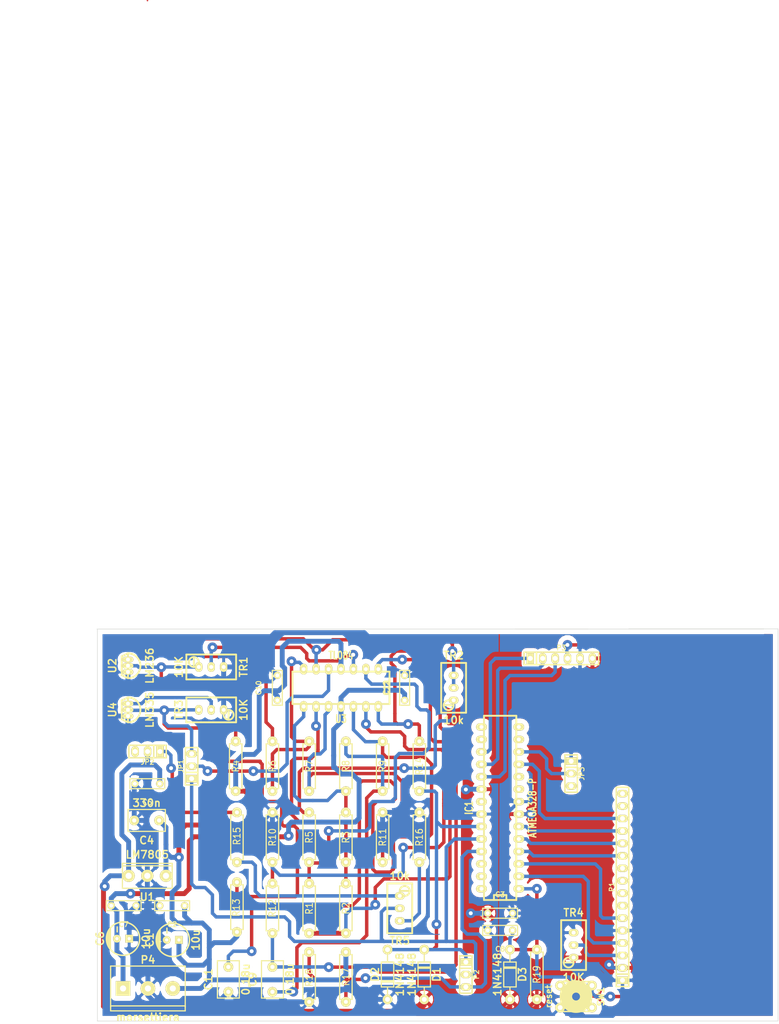
<source format=kicad_pcb>
(kicad_pcb (version 4) (host pcbnew 4.0.4-stable)
  (layers (0 F.Cu signal) (31 B.Cu signal) (34 B.Paste user) (35 F.Paste user) (36 B.SilkS user) (37 F.SilkS user) (38 B.Mask user) (39 F.Mask user) (44 Edge.Cuts user))
  (net 0 "")
  (net 1 +9V)
  (net 2 GNDA)
  (net 3 +5V)
  (net 4 -9V)
  (net 5 /RESET)
  (net 6 "Net-(C9-Pad1)")
  (net 7 "Net-(C9-Pad2)")
  (net 8 "Net-(C11-Pad2)")
  (net 9 /ADC0)
  (net 10 /LCD4)
  (net 11 /LCD6)
  (net 12 /LCD11)
  (net 13 /LCD12)
  (net 14 /LCD13)
  (net 15 "Net-(IC1-Pad9)")
  (net 16 "Net-(IC1-Pad10)")
  (net 17 /LCD14)
  (net 18 "Net-(IC1-Pad12)")
  (net 19 "Net-(IC1-Pad13)")
  (net 20 "Net-(IC1-Pad14)")
  (net 21 "Net-(IC1-Pad15)")
  (net 22 "Net-(IC1-Pad16)")
  (net 23 /MOSI)
  (net 24 /MISO)
  (net 25 /SCK)
  (net 26 "Net-(IC1-Pad21)")
  (net 27 /ADC1)
  (net 28 /ADC2)
  (net 29 "Net-(IC1-Pad26)")
  (net 30 "Net-(IC1-Pad27)")
  (net 31 "Net-(IC1-Pad28)")
  (net 32 /v+)
  (net 33 "Net-(JP1-Pad3)")
  (net 34 "Net-(JP2-Pad1)")
  (net 35 "Net-(JP2-Pad3)")
  (net 36 "Net-(JP3-Pad3)")
  (net 37 "Net-(P1-Pad3)")
  (net 38 "Net-(P1-Pad7)")
  (net 39 "Net-(P1-Pad8)")
  (net 40 "Net-(P1-Pad9)")
  (net 41 "Net-(P1-Pad10)")
  (net 42 "Net-(P1-Pad15)")
  (net 43 "Net-(P1-Pad16)")
  (net 44 "Net-(R1-Pad1)")
  (net 45 "Net-(R1-Pad2)")
  (net 46 "Net-(R2-Pad2)")
  (net 47 "Net-(R3-Pad2)")
  (net 48 "Net-(R4-Pad1)")
  (net 49 "Net-(R5-Pad2)")
  (net 50 "Net-(R6-Pad1)")
  (net 51 "Net-(R6-Pad2)")
  (net 52 "Net-(R11-Pad2)")
  (net 53 "Net-(R10-Pad1)")
  (net 54 "Net-(R15-Pad1)")
  (net 55 "Net-(R16-Pad2)")
  (net 56 "Net-(TR1-Pad2)")
  (net 57 "Net-(TR3-Pad2)")
  (net 58 "Net-(U2-Pad3)")
  (module w_pth_resistors:RC05 (layer F.Cu) (at 117 96 270)
    (fp_text reference R7 (at 0 0 270) (layer F.SilkS) (effects (font (size 1.397 1.27) (thickness 0.2032))))
    (fp_text value 15k hide)
    (pad 1 thru_hole circle (at -5.08 0 270) (size 1.99898 1.99898) (drill 0.8001) (layers *.Cu *.Mask F.SilkS) (net 51 "Net-(R6-Pad2)"))
    (pad 2 thru_hole circle (at 5.08 0 270) (size 1.99898 1.99898) (drill 0.8001) (layers *.Cu *.Mask F.SilkS) (net 52 "Net-(R11-Pad2)"))
  )
  (module w_pth_circuits:dil_28-300 (layer F.Cu) (at 156 104.5 90)
    (fp_text reference IC1 (at 0 -6.35 90) (layer F.SilkS) (effects (font (size 1.524 1.143) (thickness 0.28702))))
    (fp_text value ATMEGA328-P (at 0 6.604 90) (layer F.SilkS) (effects (font (size 1.524 1.143) (thickness 0.28702))))
    (pad 1 thru_hole oval (at -16.51 3.81 90) (size 1.50114 2.19964) (drill 0.8001) (layers *.Cu *.Mask F.SilkS) (net 5 /RESET))
    (pad 2 thru_hole oval (at -13.97 3.81 90) (size 1.50114 2.19964) (drill 0.8001) (layers *.Cu *.Mask F.SilkS) (net 10 /LCD4))
    (pad 3 thru_hole oval (at -11.43 3.81 90) (size 1.50114 2.19964) (drill 0.8001) (layers *.Cu *.Mask F.SilkS) (net 11 /LCD6))
    (pad 4 thru_hole oval (at -8.89 3.81 90) (size 1.50114 2.19964) (drill 0.8001) (layers *.Cu *.Mask F.SilkS) (net 12 /LCD11))
    (pad 5 thru_hole oval (at -6.35 3.81 90) (size 1.50114 2.19964) (drill 0.8001) (layers *.Cu *.Mask F.SilkS) (net 13 /LCD12))
    (pad 6 thru_hole oval (at -3.81 3.81 90) (size 1.50114 2.19964) (drill 0.8001) (layers *.Cu *.Mask F.SilkS) (net 14 /LCD13))
    (pad 7 thru_hole oval (at -1.27 3.81 90) (size 1.50114 2.19964) (drill 0.8001) (layers *.Cu *.Mask F.SilkS) (net 3 +5V))
    (pad 8 thru_hole oval (at 1.27 3.81 90) (size 1.50114 2.19964) (drill 0.8001) (layers *.Cu *.Mask F.SilkS) (net 2 GNDA))
    (pad 9 thru_hole oval (at 3.81 3.81 90) (size 1.50114 2.19964) (drill 0.8001) (layers *.Cu *.Mask F.SilkS) (net 15 "Net-(IC1-Pad9)"))
    (pad 10 thru_hole oval (at 6.35 3.81 90) (size 1.50114 2.19964) (drill 0.8001) (layers *.Cu *.Mask F.SilkS) (net 16 "Net-(IC1-Pad10)"))
    (pad 11 thru_hole oval (at 8.89 3.81 90) (size 1.50114 2.19964) (drill 0.8001) (layers *.Cu *.Mask F.SilkS) (net 17 /LCD14))
    (pad 12 thru_hole oval (at 11.43 3.81 90) (size 1.50114 2.19964) (drill 0.8001) (layers *.Cu *.Mask F.SilkS) (net 18 "Net-(IC1-Pad12)"))
    (pad 13 thru_hole oval (at 13.97 3.81 90) (size 1.50114 2.19964) (drill 0.8001) (layers *.Cu *.Mask F.SilkS) (net 19 "Net-(IC1-Pad13)"))
    (pad 14 thru_hole oval (at 16.51 3.81 90) (size 1.50114 2.19964) (drill 0.8001) (layers *.Cu *.Mask F.SilkS) (net 20 "Net-(IC1-Pad14)"))
    (pad 15 thru_hole oval (at 16.51 -3.81 90) (size 1.50114 2.19964) (drill 0.8001) (layers *.Cu *.Mask F.SilkS) (net 21 "Net-(IC1-Pad15)"))
    (pad 16 thru_hole oval (at 13.97 -3.81 90) (size 1.50114 2.19964) (drill 0.8001) (layers *.Cu *.Mask F.SilkS) (net 22 "Net-(IC1-Pad16)"))
    (pad 17 thru_hole oval (at 11.43 -3.81 90) (size 1.50114 2.19964) (drill 0.8001) (layers *.Cu *.Mask F.SilkS) (net 23 /MOSI))
    (pad 18 thru_hole oval (at 8.89 -3.81 90) (size 1.50114 2.19964) (drill 0.8001) (layers *.Cu *.Mask F.SilkS) (net 24 /MISO))
    (pad 19 thru_hole oval (at 6.35 -3.81 90) (size 1.50114 2.19964) (drill 0.8001) (layers *.Cu *.Mask F.SilkS) (net 25 /SCK))
    (pad 20 thru_hole oval (at 3.81 -3.81 90) (size 1.50114 2.19964) (drill 0.8001) (layers *.Cu *.Mask F.SilkS) (net 3 +5V))
    (pad 21 thru_hole oval (at 1.27 -3.81 90) (size 1.50114 2.19964) (drill 0.8001) (layers *.Cu *.Mask F.SilkS) (net 26 "Net-(IC1-Pad21)"))
    (pad 22 thru_hole oval (at -1.27 -3.81 90) (size 1.50114 2.19964) (drill 0.8001) (layers *.Cu *.Mask F.SilkS) (net 2 GNDA))
    (pad 23 thru_hole oval (at -3.81 -3.81 90) (size 1.50114 2.19964) (drill 0.8001) (layers *.Cu *.Mask F.SilkS) (net 9 /ADC0))
    (pad 24 thru_hole oval (at -6.35 -3.81 90) (size 1.50114 2.19964) (drill 0.8001) (layers *.Cu *.Mask F.SilkS) (net 27 /ADC1))
    (pad 25 thru_hole oval (at -8.89 -3.81 90) (size 1.50114 2.19964) (drill 0.8001) (layers *.Cu *.Mask F.SilkS) (net 28 /ADC2))
    (pad 26 thru_hole oval (at -11.43 -3.81 90) (size 1.50114 2.19964) (drill 0.8001) (layers *.Cu *.Mask F.SilkS) (net 29 "Net-(IC1-Pad26)"))
    (pad 27 thru_hole oval (at -13.97 -3.81 90) (size 1.50114 2.19964) (drill 0.8001) (layers *.Cu *.Mask F.SilkS) (net 30 "Net-(IC1-Pad27)"))
    (pad 28 thru_hole oval (at -16.51 -3.81 90) (size 1.50114 2.19964) (drill 0.8001) (layers *.Cu *.Mask F.SilkS) (net 31 "Net-(IC1-Pad28)"))
  )
  (module w_capacitors:CP_6.3x5mm (layer F.Cu) (at 78.994 131.191 90)
    (fp_text reference C6 (at 0 -4.7 90) (layer F.SilkS) (effects (font (thickness 0.3048))))
    (fp_text value 10u (at 0 4.7 90) (layer F.SilkS) (effects (font (thickness 0.3048))))
    (pad 1 thru_hole rect (at 0 1.25 90) (size 1.6 1.6) (drill 0.65) (layers *.Cu *.Mask F.SilkS) (net 2 GNDA))
    (pad 2 thru_hole circle (at 0 -1.25 90) (size 1.6 1.6) (drill 0.65) (layers *.Cu *.Mask F.SilkS) (net 4 -9V))
  )
  (module w_capacitors:cnp_7.5mm_disc (layer F.Cu) (at 79.121 124.46 180)
    (fp_text reference C7 (at 0 -3.81 180) (layer F.SilkS) (effects (font (size 1.016 1.016) (thickness 0.2032))))
    (fp_text value 100n hide)
    (pad 1 thru_hole circle (at -2.54 0 180) (size 1.50114 1.50114) (drill 0.8001) (layers *.Cu *.Mask F.SilkS) (net 2 GNDA))
    (pad 2 thru_hole circle (at 2.54 0 180) (size 1.50114 1.50114) (drill 0.8001) (layers *.Cu *.Mask F.SilkS) (net 4 -9V))
  )
  (module w_pth_circuits:dil_14-300 (layer F.Cu) (at 123.5 80 180)
    (fp_text reference U3 (at 0 -6.35 180) (layer F.SilkS) (effects (font (size 1.524 1.143) (thickness 0.28702))))
    (fp_text value TL084 (at 0 6.604 180) (layer F.SilkS) (effects (font (size 1.524 1.143) (thickness 0.28702))))
    (pad 1 thru_hole oval (at -7.62 3.81 180) (size 1.50114 2.19964) (drill 0.8001) (layers *.Cu *.Mask F.SilkS) (net 45 "Net-(R1-Pad2)"))
    (pad 2 thru_hole oval (at -5.08 3.81 180) (size 1.50114 2.19964) (drill 0.8001) (layers *.Cu *.Mask F.SilkS) (net 44 "Net-(R1-Pad1)"))
    (pad 3 thru_hole oval (at -2.54 3.81 180) (size 1.50114 2.19964) (drill 0.8001) (layers *.Cu *.Mask F.SilkS) (net 56 "Net-(TR1-Pad2)"))
    (pad 4 thru_hole oval (at 0 3.81 180) (size 1.50114 2.19964) (drill 0.8001) (layers *.Cu *.Mask F.SilkS) (net 1 +9V))
    (pad 5 thru_hole oval (at 2.54 3.81 180) (size 1.50114 2.19964) (drill 0.8001) (layers *.Cu *.Mask F.SilkS) (net 32 /v+))
    (pad 6 thru_hole oval (at 5.08 3.81 180) (size 1.50114 2.19964) (drill 0.8001) (layers *.Cu *.Mask F.SilkS) (net 50 "Net-(R6-Pad1)"))
    (pad 7 thru_hole oval (at 7.62 3.81 180) (size 1.50114 2.19964) (drill 0.8001) (layers *.Cu *.Mask F.SilkS) (net 51 "Net-(R6-Pad2)"))
    (pad 8 thru_hole oval (at 7.62 -3.81 180) (size 1.50114 2.19964) (drill 0.8001) (layers *.Cu *.Mask F.SilkS) (net 47 "Net-(R3-Pad2)"))
    (pad 9 thru_hole oval (at 5.08 -3.81 180) (size 1.50114 2.19964) (drill 0.8001) (layers *.Cu *.Mask F.SilkS) (net 46 "Net-(R2-Pad2)"))
    (pad 10 thru_hole oval (at 2.54 -3.81 180) (size 1.50114 2.19964) (drill 0.8001) (layers *.Cu *.Mask F.SilkS) (net 52 "Net-(R11-Pad2)"))
    (pad 11 thru_hole oval (at 0 -3.81 180) (size 1.50114 2.19964) (drill 0.8001) (layers *.Cu *.Mask F.SilkS) (net 4 -9V))
    (pad 12 thru_hole oval (at -2.54 -3.81 180) (size 1.50114 2.19964) (drill 0.8001) (layers *.Cu *.Mask F.SilkS) (net 8 "Net-(C11-Pad2)"))
    (pad 13 thru_hole oval (at -5.08 -3.81 180) (size 1.50114 2.19964) (drill 0.8001) (layers *.Cu *.Mask F.SilkS) (net 53 "Net-(R10-Pad1)"))
    (pad 14 thru_hole oval (at -7.62 -3.81 180) (size 1.50114 2.19964) (drill 0.8001) (layers *.Cu *.Mask F.SilkS) (net 7 "Net-(C9-Pad2)"))
  )
  (module w_capacitors:cnp_7.5mm_disc (layer F.Cu) (at 156 126)
    (fp_text reference C3 (at 0 -3.81) (layer F.SilkS) (effects (font (size 1.016 1.016) (thickness 0.2032))))
    (fp_text value 100n hide)
    (pad 1 thru_hole circle (at -2.54 0) (size 1.50114 1.50114) (drill 0.8001) (layers *.Cu *.Mask F.SilkS) (net 3 +5V))
    (pad 2 thru_hole circle (at 2.54 0) (size 1.50114 1.50114) (drill 0.8001) (layers *.Cu *.Mask F.SilkS) (net 2 GNDA))
  )
  (module w_pth_resistors:trimmer_vishay_64w (layer F.Cu) (at 97 75.75 90)
    (fp_text reference TR1 (at 0 6.604 90) (layer F.SilkS) (effects (font (thickness 0.3048))))
    (fp_text value 10K (at 0 -6.604 90) (layer F.SilkS) (effects (font (thickness 0.3048))))
    (pad 1 thru_hole oval (at 0 -2.54 90) (size 1.99898 1.50114) (drill 0.8001) (layers *.Cu *.Mask F.SilkS) (net 48 "Net-(R4-Pad1)"))
    (pad 2 thru_hole oval (at 0 0 90) (size 1.99898 1.50114) (drill 0.8001) (layers *.Cu *.Mask F.SilkS) (net 56 "Net-(TR1-Pad2)"))
    (pad 3 thru_hole oval (at 0 2.54 90) (size 1.99898 1.50114) (drill 0.8001) (layers *.Cu *.Mask F.SilkS) (net 2 GNDA))
  )
  (module w_pth_resistors:RC05 (layer F.Cu) (at 102 96 270)
    (fp_text reference R4 (at 0 0 270) (layer F.SilkS) (effects (font (size 1.397 1.27) (thickness 0.2032))))
    (fp_text value 1,2k hide)
    (pad 1 thru_hole circle (at -5.08 0 270) (size 1.99898 1.99898) (drill 0.8001) (layers *.Cu *.Mask F.SilkS) (net 48 "Net-(R4-Pad1)"))
    (pad 2 thru_hole circle (at 5.08 0 270) (size 1.99898 1.99898) (drill 0.8001) (layers *.Cu *.Mask F.SilkS) (net 1 +9V))
  )
  (module w_pin_strip:pin_strip_16 (layer F.Cu) (at 180.989 120.636 90)
    (fp_text reference P1 (at 0 -2.159 90) (layer F.SilkS) (effects (font (size 1.016 1.016) (thickness 0.2032))))
    (fp_text value "strip femmina" hide)
    (pad 1 thru_hole rect (at -19.05 0 90) (size 1.524 2.19964) (drill 1.00076) (layers *.Cu *.Mask F.SilkS) (net 2 GNDA))
    (pad 2 thru_hole oval (at -16.51 0 90) (size 1.524 2.19964) (drill 1.00076) (layers *.Cu *.Mask F.SilkS) (net 3 +5V))
    (pad 3 thru_hole oval (at -13.97 0 90) (size 1.524 2.19964) (drill 1.00076) (layers *.Cu *.Mask F.SilkS) (net 37 "Net-(P1-Pad3)"))
    (pad 4 thru_hole oval (at -11.43 0 90) (size 1.524 2.19964) (drill 1.00076) (layers *.Cu *.Mask F.SilkS) (net 10 /LCD4))
    (pad 5 thru_hole oval (at -8.89 0 90) (size 1.524 2.19964) (drill 1.00076) (layers *.Cu *.Mask F.SilkS) (net 2 GNDA))
    (pad 6 thru_hole oval (at -6.35 0 90) (size 1.524 2.19964) (drill 1.00076) (layers *.Cu *.Mask F.SilkS) (net 11 /LCD6))
    (pad 7 thru_hole oval (at -3.81 0 90) (size 1.524 2.19964) (drill 1.00076) (layers *.Cu *.Mask F.SilkS) (net 38 "Net-(P1-Pad7)"))
    (pad 8 thru_hole oval (at -1.27 0 90) (size 1.524 2.19964) (drill 1.00076) (layers *.Cu *.Mask F.SilkS) (net 39 "Net-(P1-Pad8)"))
    (pad 9 thru_hole oval (at 1.27 0 90) (size 1.524 2.19964) (drill 1.00076) (layers *.Cu *.Mask F.SilkS) (net 40 "Net-(P1-Pad9)"))
    (pad 10 thru_hole oval (at 3.81 0 90) (size 1.524 2.19964) (drill 1.00076) (layers *.Cu *.Mask F.SilkS) (net 41 "Net-(P1-Pad10)"))
    (pad 11 thru_hole oval (at 6.35 0 90) (size 1.524 2.19964) (drill 1.00076) (layers *.Cu *.Mask F.SilkS) (net 12 /LCD11))
    (pad 12 thru_hole oval (at 8.89 0 90) (size 1.524 2.19964) (drill 1.00076) (layers *.Cu *.Mask F.SilkS) (net 13 /LCD12))
    (pad 13 thru_hole oval (at 11.43 0 90) (size 1.524 2.19964) (drill 1.00076) (layers *.Cu *.Mask F.SilkS) (net 14 /LCD13))
    (pad 14 thru_hole oval (at 13.97 0 90) (size 1.524 2.19964) (drill 1.00076) (layers *.Cu *.Mask F.SilkS) (net 17 /LCD14))
    (pad 15 thru_hole oval (at 16.51 0 90) (size 1.524 2.19964) (drill 1.00076) (layers *.Cu *.Mask F.SilkS) (net 42 "Net-(P1-Pad15)"))
    (pad 16 thru_hole oval (at 19.05 0 90) (size 1.524 2.19964) (drill 1.00076) (layers *.Cu *.Mask F.SilkS) (net 43 "Net-(P1-Pad16)"))
  )
  (module w_capacitors:CP_6.3x5mm (layer F.Cu) (at 89.154 131.445 90)
    (fp_text reference C1 (at 0 -4.7 90) (layer F.SilkS) (effects (font (thickness 0.3048))))
    (fp_text value 10u (at 0 4.7 90) (layer F.SilkS) (effects (font (thickness 0.3048))))
    (pad 1 thru_hole rect (at 0 1.25 90) (size 1.6 1.6) (drill 0.65) (layers *.Cu *.Mask F.SilkS) (net 1 +9V))
    (pad 2 thru_hole circle (at 0 -1.25 90) (size 1.6 1.6) (drill 0.65) (layers *.Cu *.Mask F.SilkS) (net 2 GNDA))
  )
  (module w_capacitors:cnp_7.5mm_disc (layer F.Cu) (at 89.027 124.46 180)
    (fp_text reference C2 (at 0 -3.81 180) (layer F.SilkS) (effects (font (size 1.016 1.016) (thickness 0.2032))))
    (fp_text value 100n hide)
    (pad 1 thru_hole circle (at -2.54 0 180) (size 1.50114 1.50114) (drill 0.8001) (layers *.Cu *.Mask F.SilkS) (net 1 +9V))
    (pad 2 thru_hole circle (at 2.54 0 180) (size 1.50114 1.50114) (drill 0.8001) (layers *.Cu *.Mask F.SilkS) (net 2 GNDA))
  )
  (module w_capacitors:cnp_7x4.5mm (layer F.Cu) (at 83.82 107.061 180)
    (fp_text reference C4 (at 0 -4.064 180) (layer F.SilkS) (effects (font (thickness 0.3048))))
    (fp_text value 330n (at 0 3.556 180) (layer F.SilkS) (effects (font (thickness 0.3048))))
    (pad 1 thru_hole circle (at -2.54 0 180) (size 1.99898 1.99898) (drill 0.84836) (layers *.Cu *.Mask F.SilkS) (net 1 +9V))
    (pad 2 thru_hole circle (at 2.54 0 180) (size 1.99898 1.99898) (drill 0.84836) (layers *.Cu *.Mask F.SilkS) (net 2 GNDA))
  )
  (module w_capacitors:cnp_7.5mm_disc (layer F.Cu) (at 83.947 99.568 180)
    (fp_text reference C5 (at 0 -3.81 180) (layer F.SilkS) (effects (font (size 1.016 1.016) (thickness 0.2032))))
    (fp_text value 100n hide)
    (pad 1 thru_hole circle (at -2.54 0 180) (size 1.50114 1.50114) (drill 0.8001) (layers *.Cu *.Mask F.SilkS) (net 3 +5V))
    (pad 2 thru_hole circle (at 2.54 0 180) (size 1.50114 1.50114) (drill 0.8001) (layers *.Cu *.Mask F.SilkS) (net 2 GNDA))
  )
  (module w_capacitors:cnp_7.5mm_disc (layer F.Cu) (at 156 129.5 180)
    (fp_text reference C8 (at 0 -3.81 180) (layer F.SilkS) (effects (font (size 1.016 1.016) (thickness 0.2032))))
    (fp_text value 100n hide)
    (pad 1 thru_hole circle (at -2.54 0 180) (size 1.50114 1.50114) (drill 0.8001) (layers *.Cu *.Mask F.SilkS) (net 5 /RESET))
    (pad 2 thru_hole circle (at 2.54 0 180) (size 1.50114 1.50114) (drill 0.8001) (layers *.Cu *.Mask F.SilkS) (net 2 GNDA))
  )
  (module w_capacitors:cnp_7x4.5mm (layer F.Cu) (at 109.5 139.5 90)
    (fp_text reference C9 (at 0 -4.064 90) (layer F.SilkS) (effects (font (thickness 0.3048))))
    (fp_text value 0,18u (at 0 3.556 90) (layer F.SilkS) (effects (font (thickness 0.3048))))
    (pad 1 thru_hole circle (at -2.54 0 90) (size 1.99898 1.99898) (drill 0.84836) (layers *.Cu *.Mask F.SilkS) (net 6 "Net-(C9-Pad1)"))
    (pad 2 thru_hole circle (at 2.54 0 90) (size 1.99898 1.99898) (drill 0.84836) (layers *.Cu *.Mask F.SilkS) (net 7 "Net-(C9-Pad2)"))
  )
  (module w_capacitors:cnp_7.5mm_disc (layer F.Cu) (at 110.5 80 90)
    (fp_text reference C10 (at 0 -3.81 90) (layer F.SilkS) (effects (font (size 1.016 1.016) (thickness 0.2032))))
    (fp_text value 100n hide)
    (pad 1 thru_hole circle (at -2.54 0 90) (size 1.50114 1.50114) (drill 0.8001) (layers *.Cu *.Mask F.SilkS) (net 1 +9V))
    (pad 2 thru_hole circle (at 2.54 0 90) (size 1.50114 1.50114) (drill 0.8001) (layers *.Cu *.Mask F.SilkS) (net 2 GNDA))
  )
  (module w_capacitors:cnp_7x4.5mm (layer F.Cu) (at 100.5 139.5 90)
    (fp_text reference C11 (at 0 -4.064 90) (layer F.SilkS) (effects (font (thickness 0.3048))))
    (fp_text value 0,18u (at 0 3.556 90) (layer F.SilkS) (effects (font (thickness 0.3048))))
    (pad 1 thru_hole circle (at -2.54 0 90) (size 1.99898 1.99898) (drill 0.84836) (layers *.Cu *.Mask F.SilkS) (net 2 GNDA))
    (pad 2 thru_hole circle (at 2.54 0 90) (size 1.99898 1.99898) (drill 0.84836) (layers *.Cu *.Mask F.SilkS) (net 8 "Net-(C11-Pad2)"))
  )
  (module w_capacitors:cnp_7.5mm_disc (layer F.Cu) (at 136.5 80 90)
    (fp_text reference C12 (at 0 -3.81 90) (layer F.SilkS) (effects (font (size 1.016 1.016) (thickness 0.2032))))
    (fp_text value 100n hide)
    (pad 1 thru_hole circle (at -2.54 0 90) (size 1.50114 1.50114) (drill 0.8001) (layers *.Cu *.Mask F.SilkS) (net 4 -9V))
    (pad 2 thru_hole circle (at 2.54 0 90) (size 1.50114 1.50114) (drill 0.8001) (layers *.Cu *.Mask F.SilkS) (net 2 GNDA))
  )
  (module w_pth_diodes:diode_do41 (layer F.Cu) (at 140.5 138.5 90)
    (fp_text reference D1 (at 0 2.54 90) (layer F.SilkS) (effects (font (thickness 0.3048))))
    (fp_text value 1N4148 (at 0 -2.54 90) (layer F.SilkS) (effects (font (thickness 0.3048))))
    (pad 1 thru_hole circle (at -5.08 0 90) (size 1.99898 1.99898) (drill 1.00076) (layers *.Cu *.Mask F.SilkS) (net 3 +5V))
    (pad 2 thru_hole circle (at 5.08 0 90) (size 1.99898 1.99898) (drill 1.00076) (layers *.Cu *.Mask F.SilkS) (net 9 /ADC0))
  )
  (module w_pth_diodes:diode_do41 (layer F.Cu) (at 133 138.5 270)
    (fp_text reference D2 (at 0 2.54 270) (layer F.SilkS) (effects (font (thickness 0.3048))))
    (fp_text value 1N4148 (at 0 -2.54 270) (layer F.SilkS) (effects (font (thickness 0.3048))))
    (pad 1 thru_hole circle (at -5.08 0 270) (size 1.99898 1.99898) (drill 1.00076) (layers *.Cu *.Mask F.SilkS) (net 9 /ADC0))
    (pad 2 thru_hole circle (at 5.08 0 270) (size 1.99898 1.99898) (drill 1.00076) (layers *.Cu *.Mask F.SilkS) (net 2 GNDA))
  )
  (module w_pth_diodes:diode_do41 (layer F.Cu) (at 158 138.5 90)
    (fp_text reference D3 (at 0 2.54 90) (layer F.SilkS) (effects (font (thickness 0.3048))))
    (fp_text value 1N4148 (at 0 -2.54 90) (layer F.SilkS) (effects (font (thickness 0.3048))))
    (pad 1 thru_hole circle (at -5.08 0 90) (size 1.99898 1.99898) (drill 1.00076) (layers *.Cu *.Mask F.SilkS) (net 3 +5V))
    (pad 2 thru_hole circle (at 5.08 0 90) (size 1.99898 1.99898) (drill 1.00076) (layers *.Cu *.Mask F.SilkS) (net 5 /RESET))
  )
  (module w_pin_strip:pin_strip_3 (layer F.Cu) (at 93 96 90)
    (fp_text reference JP1 (at 0 -2.159 90) (layer F.SilkS) (effects (font (size 1.016 1.016) (thickness 0.2032))))
    (fp_text value "TAR TERM" hide)
    (pad 1 thru_hole rect (at -2.54 0 90) (size 1.524 2.19964) (drill 1.00076) (layers *.Cu *.Mask F.SilkS) (net 27 /ADC1))
    (pad 2 thru_hole oval (at 0 0 90) (size 1.524 2.19964) (drill 1.00076) (layers *.Cu *.Mask F.SilkS) (net 32 /v+))
    (pad 3 thru_hole oval (at 2.54 0 90) (size 1.524 2.19964) (drill 1.00076) (layers *.Cu *.Mask F.SilkS) (net 33 "Net-(JP1-Pad3)"))
  )
  (module w_pin_strip:pin_strip_3 (layer F.Cu) (at 84 93 180)
    (fp_text reference JP2 (at 0 -2.159 180) (layer F.SilkS) (effects (font (size 1.016 1.016) (thickness 0.2032))))
    (fp_text value "TAR TERM" hide)
    (pad 1 thru_hole rect (at -2.54 0 180) (size 1.524 2.19964) (drill 1.00076) (layers *.Cu *.Mask F.SilkS) (net 34 "Net-(JP2-Pad1)"))
    (pad 2 thru_hole oval (at 0 0 180) (size 1.524 2.19964) (drill 1.00076) (layers *.Cu *.Mask F.SilkS) (net 3 +5V))
    (pad 3 thru_hole oval (at 2.54 0 180) (size 1.524 2.19964) (drill 1.00076) (layers *.Cu *.Mask F.SilkS) (net 35 "Net-(JP2-Pad3)"))
  )
  (module w_pin_strip:pin_strip_3 (layer F.Cu) (at 170.5 97.5 270)
    (fp_text reference JP3 (at 0 -2.159 270) (layer F.SilkS) (effects (font (size 1.016 1.016) (thickness 0.2032))))
    (fp_text value JUMPER3 hide)
    (pad 1 thru_hole rect (at -2.54 0 270) (size 1.524 2.19964) (drill 1.00076) (layers *.Cu *.Mask F.SilkS) (net 2 GNDA))
    (pad 2 thru_hole oval (at 0 0 270) (size 1.524 2.19964) (drill 1.00076) (layers *.Cu *.Mask F.SilkS) (net 18 "Net-(IC1-Pad12)"))
    (pad 3 thru_hole oval (at 2.54 0 270) (size 1.524 2.19964) (drill 1.00076) (layers *.Cu *.Mask F.SilkS) (net 36 "Net-(JP3-Pad3)"))
  )
  (module w_pin_strip:pin_socket_3 (layer F.Cu) (at 149 138.5 270)
    (fp_text reference P2 (at 0 -2.159 270) (layer F.SilkS) (effects (font (size 1.016 1.016) (thickness 0.2032))))
    (fp_text value "test points" hide)
    (pad 1 thru_hole rect (at -2.54 0 270) (size 1.524 2.19964) (drill 1.00076) (layers *.Cu *.Mask F.SilkS) (net 9 /ADC0))
    (pad 2 thru_hole oval (at 0 0 270) (size 1.524 2.19964) (drill 1.00076) (layers *.Cu *.Mask F.SilkS) (net 27 /ADC1))
    (pad 3 thru_hole oval (at 2.54 0 270) (size 1.524 2.19964) (drill 1.00076) (layers *.Cu *.Mask F.SilkS) (net 28 /ADC2))
  )
  (module w_pin_strip:pin_socket_6 (layer F.Cu) (at 168.5 74)
    (fp_text reference P3 (at 0 -2.159) (layer F.SilkS) (effects (font (size 1.016 1.016) (thickness 0.2032))))
    (fp_text value "strip femmina" hide)
    (pad 1 thru_hole rect (at -6.35 0) (size 1.524 2.19964) (drill 1.00076) (layers *.Cu *.Mask F.SilkS) (net 23 /MOSI))
    (pad 2 thru_hole oval (at -3.81 0) (size 1.524 2.19964) (drill 1.00076) (layers *.Cu *.Mask F.SilkS) (net 24 /MISO))
    (pad 3 thru_hole oval (at -1.27 0) (size 1.524 2.19964) (drill 1.00076) (layers *.Cu *.Mask F.SilkS) (net 25 /SCK))
    (pad 4 thru_hole oval (at 1.27 0) (size 1.524 2.19964) (drill 1.00076) (layers *.Cu *.Mask F.SilkS) (net 5 /RESET))
    (pad 5 thru_hole oval (at 3.81 0) (size 1.524 2.19964) (drill 1.00076) (layers *.Cu *.Mask F.SilkS) (net 2 GNDA))
    (pad 6 thru_hole oval (at 6.35 0) (size 1.524 2.19964) (drill 1.00076) (layers *.Cu *.Mask F.SilkS) (net 3 +5V))
  )
  (module w_conn_screw:mors_3p (layer F.Cu) (at 84.074 141.351)
    (fp_text reference P4 (at 0 -5.842) (layer F.SilkS) (effects (font (thickness 0.3048))))
    (fp_text value morsettiera (at 0 5.842) (layer F.SilkS) (effects (font (thickness 0.3048))))
    (pad 1 thru_hole rect (at -5.08 0) (size 2.99974 2.99974) (drill 1.24968) (layers *.Cu *.Mask F.SilkS) (net 4 -9V))
    (pad 2 thru_hole circle (at 0 0) (size 2.99974 2.99974) (drill 1.24968) (layers *.Cu *.Mask F.SilkS) (net 2 GNDA))
    (pad 3 thru_hole circle (at 5.08 0) (size 2.99974 2.99974) (drill 1.24968) (layers *.Cu *.Mask F.SilkS) (net 1 +9V))
  )
  (module w_pth_resistors:RC05 (layer F.Cu) (at 117 125 270)
    (fp_text reference R1 (at 0.0254 -0.0254 270) (layer F.SilkS) (effects (font (size 1.397 1.27) (thickness 0.2032))))
    (fp_text value 15k hide)
    (pad 1 thru_hole circle (at -5.08 0 270) (size 1.99898 1.99898) (drill 0.8001) (layers *.Cu *.Mask F.SilkS) (net 44 "Net-(R1-Pad1)"))
    (pad 2 thru_hole circle (at 5.08 0 270) (size 1.99898 1.99898) (drill 0.8001) (layers *.Cu *.Mask F.SilkS) (net 45 "Net-(R1-Pad2)"))
  )
  (module w_pth_resistors:RC05 (layer F.Cu) (at 124.5 125 90)
    (fp_text reference R2 (at 0 0 90) (layer F.SilkS) (effects (font (size 1.397 1.27) (thickness 0.2032))))
    (fp_text value 15k hide)
    (pad 1 thru_hole circle (at -5.08 0 90) (size 1.99898 1.99898) (drill 0.8001) (layers *.Cu *.Mask F.SilkS) (net 45 "Net-(R1-Pad2)"))
    (pad 2 thru_hole circle (at 5.08 0 90) (size 1.99898 1.99898) (drill 0.8001) (layers *.Cu *.Mask F.SilkS) (net 46 "Net-(R2-Pad2)"))
  )
  (module w_pth_resistors:RC05 (layer F.Cu) (at 124.5 110.5 90)
    (fp_text reference R3 (at 0 0 90) (layer F.SilkS) (effects (font (size 1.397 1.27) (thickness 0.2032))))
    (fp_text value 15k hide)
    (pad 1 thru_hole circle (at -5.08 0 90) (size 1.99898 1.99898) (drill 0.8001) (layers *.Cu *.Mask F.SilkS) (net 46 "Net-(R2-Pad2)"))
    (pad 2 thru_hole circle (at 5.08 0 90) (size 1.99898 1.99898) (drill 0.8001) (layers *.Cu *.Mask F.SilkS) (net 47 "Net-(R3-Pad2)"))
  )
  (module w_pth_resistors:RC05 (layer F.Cu) (at 117 110.5 90)
    (fp_text reference R5 (at 0 0 90) (layer F.SilkS) (effects (font (size 1.397 1.27) (thickness 0.2032))))
    (fp_text value 6,8k hide)
    (pad 1 thru_hole circle (at -5.08 0 90) (size 1.99898 1.99898) (drill 0.8001) (layers *.Cu *.Mask F.SilkS) (net 44 "Net-(R1-Pad1)"))
    (pad 2 thru_hole circle (at 5.08 0 90) (size 1.99898 1.99898) (drill 0.8001) (layers *.Cu *.Mask F.SilkS) (net 49 "Net-(R5-Pad2)"))
  )
  (module w_pth_resistors:RC05 (layer F.Cu) (at 109.5 96 270)
    (fp_text reference R6 (at 0 0 270) (layer F.SilkS) (effects (font (size 1.397 1.27) (thickness 0.2032))))
    (fp_text value 15k hide)
    (pad 1 thru_hole circle (at -5.08 0 270) (size 1.99898 1.99898) (drill 0.8001) (layers *.Cu *.Mask F.SilkS) (net 50 "Net-(R6-Pad1)"))
    (pad 2 thru_hole circle (at 5.08 0 270) (size 1.99898 1.99898) (drill 0.8001) (layers *.Cu *.Mask F.SilkS) (net 51 "Net-(R6-Pad2)"))
  )
  (module w_pth_resistors:RC05 (layer F.Cu) (at 124.5 96 270)
    (fp_text reference R8 (at 0 0 270) (layer F.SilkS) (effects (font (size 1.397 1.27) (thickness 0.2032))))
    (fp_text value 3,9M hide)
    (pad 1 thru_hole circle (at -5.08 0 270) (size 1.99898 1.99898) (drill 0.8001) (layers *.Cu *.Mask F.SilkS) (net 6 "Net-(C9-Pad1)"))
    (pad 2 thru_hole circle (at 5.08 0 270) (size 1.99898 1.99898) (drill 0.8001) (layers *.Cu *.Mask F.SilkS) (net 47 "Net-(R3-Pad2)"))
  )
  (module w_pth_resistors:RC05 (layer F.Cu) (at 132 96 270)
    (fp_text reference R9 (at 0 0 270) (layer F.SilkS) (effects (font (size 1.397 1.27) (thickness 0.2032))))
    (fp_text value 3,9M hide)
    (pad 1 thru_hole circle (at -5.08 0 270) (size 1.99898 1.99898) (drill 0.8001) (layers *.Cu *.Mask F.SilkS) (net 8 "Net-(C11-Pad2)"))
    (pad 2 thru_hole circle (at 5.08 0 270) (size 1.99898 1.99898) (drill 0.8001) (layers *.Cu *.Mask F.SilkS) (net 6 "Net-(C9-Pad1)"))
  )
  (module w_pth_resistors:RC05 (layer F.Cu) (at 109.5 110.5 90)
    (fp_text reference R10 (at 0 0 90) (layer F.SilkS) (effects (font (size 1.397 1.27) (thickness 0.2032))))
    (fp_text value 56k hide)
    (pad 1 thru_hole circle (at -5.08 0 90) (size 1.99898 1.99898) (drill 0.8001) (layers *.Cu *.Mask F.SilkS) (net 53 "Net-(R10-Pad1)"))
    (pad 2 thru_hole circle (at 5.08 0 90) (size 1.99898 1.99898) (drill 0.8001) (layers *.Cu *.Mask F.SilkS) (net 2 GNDA))
  )
  (module w_pth_resistors:RC05 (layer F.Cu) (at 132 110.5 270)
    (fp_text reference R11 (at 0 0 270) (layer F.SilkS) (effects (font (size 1.397 1.27) (thickness 0.2032))))
    (fp_text value 15k hide)
    (pad 1 thru_hole circle (at -5.08 0 270) (size 1.99898 1.99898) (drill 0.8001) (layers *.Cu *.Mask F.SilkS) (net 2 GNDA))
    (pad 2 thru_hole circle (at 5.08 0 270) (size 1.99898 1.99898) (drill 0.8001) (layers *.Cu *.Mask F.SilkS) (net 52 "Net-(R11-Pad2)"))
  )
  (module w_pth_resistors:RC05 (layer F.Cu) (at 109.5 125 270)
    (fp_text reference R12 (at 0 0 270) (layer F.SilkS) (effects (font (size 1.397 1.27) (thickness 0.2032))))
    (fp_text value 33k hide)
    (pad 1 thru_hole circle (at -5.08 0 270) (size 1.99898 1.99898) (drill 0.8001) (layers *.Cu *.Mask F.SilkS) (net 53 "Net-(R10-Pad1)"))
    (pad 2 thru_hole circle (at 5.08 0 270) (size 1.99898 1.99898) (drill 0.8001) (layers *.Cu *.Mask F.SilkS) (net 7 "Net-(C9-Pad2)"))
  )
  (module w_pth_resistors:RC05 (layer F.Cu) (at 102.25 124.75 270)
    (fp_text reference R13 (at 0.127 0.127 270) (layer F.SilkS) (effects (font (size 1.397 1.27) (thickness 0.2032))))
    (fp_text value 2,2K hide)
    (pad 1 thru_hole circle (at -5.08 0 270) (size 1.99898 1.99898) (drill 0.8001) (layers *.Cu *.Mask F.SilkS) (net 33 "Net-(JP1-Pad3)"))
    (pad 2 thru_hole circle (at 5.08 0 270) (size 1.99898 1.99898) (drill 0.8001) (layers *.Cu *.Mask F.SilkS) (net 1 +9V))
  )
  (module w_pth_resistors:RC05 (layer F.Cu) (at 139.5 96 90)
    (fp_text reference R14 (at 0 0 90) (layer F.SilkS) (effects (font (size 1.397 1.27) (thickness 0.2032))))
    (fp_text value 6,8k hide)
    (pad 1 thru_hole circle (at -5.08 0 90) (size 1.99898 1.99898) (drill 0.8001) (layers *.Cu *.Mask F.SilkS) (net 9 /ADC0))
    (pad 2 thru_hole circle (at 5.08 0 90) (size 1.99898 1.99898) (drill 0.8001) (layers *.Cu *.Mask F.SilkS) (net 7 "Net-(C9-Pad2)"))
  )
  (module w_pth_resistors:RC05 (layer F.Cu) (at 102.25 110.5 90)
    (fp_text reference R15 (at 0.25 0 90) (layer F.SilkS) (effects (font (size 1.397 1.27) (thickness 0.2032))))
    (fp_text value 2,2K hide)
    (pad 1 thru_hole circle (at -5.08 0 90) (size 1.99898 1.99898) (drill 0.8001) (layers *.Cu *.Mask F.SilkS) (net 54 "Net-(R15-Pad1)"))
    (pad 2 thru_hole circle (at 5.08 0 90) (size 1.99898 1.99898) (drill 0.8001) (layers *.Cu *.Mask F.SilkS) (net 34 "Net-(JP2-Pad1)"))
  )
  (module w_pth_resistors:RC05 (layer F.Cu) (at 139.5 110.5 270)
    (fp_text reference R16 (at 0 0 270) (layer F.SilkS) (effects (font (size 1.397 1.27) (thickness 0.2032))))
    (fp_text value 2,2K hide)
    (pad 1 thru_hole circle (at -5.08 0 270) (size 1.99898 1.99898) (drill 0.8001) (layers *.Cu *.Mask F.SilkS) (net 2 GNDA))
    (pad 2 thru_hole circle (at 5.08 0 270) (size 1.99898 1.99898) (drill 0.8001) (layers *.Cu *.Mask F.SilkS) (net 55 "Net-(R16-Pad2)"))
  )
  (module w_pth_resistors:RC05 (layer F.Cu) (at 124.5 139 270)
    (fp_text reference R17 (at 0 0 270) (layer F.SilkS) (effects (font (size 1.397 1.27) (thickness 0.2032))))
    (fp_text value 1M hide)
    (pad 1 thru_hole circle (at -5.08 0 270) (size 1.99898 1.99898) (drill 0.8001) (layers *.Cu *.Mask F.SilkS) (net 1 +9V))
    (pad 2 thru_hole circle (at 5.08 0 270) (size 1.99898 1.99898) (drill 0.8001) (layers *.Cu *.Mask F.SilkS) (net 28 /ADC2))
  )
  (module w_pth_resistors:RC05 (layer F.Cu) (at 117 139 270)
    (fp_text reference R18 (at 0.159 0.008 270) (layer F.SilkS) (effects (font (size 1.397 1.27) (thickness 0.2032))))
    (fp_text value 1M hide)
    (pad 1 thru_hole circle (at -5.08 0 270) (size 1.99898 1.99898) (drill 0.8001) (layers *.Cu *.Mask F.SilkS) (net 28 /ADC2))
    (pad 2 thru_hole circle (at 5.08 0 270) (size 1.99898 1.99898) (drill 0.8001) (layers *.Cu *.Mask F.SilkS) (net 2 GNDA))
  )
  (module w_pth_resistors:RC05 (layer F.Cu) (at 163.5 138.5 90)
    (fp_text reference R19 (at 0 0 90) (layer F.SilkS) (effects (font (size 1.397 1.27) (thickness 0.2032))))
    (fp_text value 10k hide)
    (pad 1 thru_hole circle (at -5.08 0 90) (size 1.99898 1.99898) (drill 0.8001) (layers *.Cu *.Mask F.SilkS) (net 3 +5V))
    (pad 2 thru_hole circle (at 5.08 0 90) (size 1.99898 1.99898) (drill 0.8001) (layers *.Cu *.Mask F.SilkS) (net 5 /RESET))
  )
  (module w_switch:PCB_PUSH (layer F.Cu) (at 171.5 143 270)
    (fp_text reference SW1 (at 0 -5.08 270) (layer F.SilkS) (effects (font (size 1.27 1.27) (thickness 0.3175))))
    (fp_text value reset (at 0 5.588 270) (layer F.SilkS) (effects (font (size 1.27 1.27) (thickness 0.254))))
    (pad 1 thru_hole circle (at -2.25044 -3.2512 270) (size 1.99898 1.99898) (drill 1.00076) (layers *.Cu *.Mask F.SilkS) (net 5 /RESET))
    (pad 2 thru_hole circle (at 2.25044 3.2512 270) (size 1.99898 1.99898) (drill 1.00076) (layers *.Cu *.Mask F.SilkS) (net 2 GNDA))
    (pad 4 thru_hole circle (at 2.25044 -3.2512 270) (size 1.99898 1.99898) (drill 1.00076) (layers *.Cu *.Mask F.SilkS))
    (pad 3 thru_hole circle (at -2.25044 3.2512 270) (size 1.99898 1.99898) (drill 1.00076) (layers *.Cu *.Mask F.SilkS))
  )
  (module w_pth_resistors:trimmer_vishay_64w (layer F.Cu) (at 146.5 80 180)
    (fp_text reference TR2 (at 0 6.604 180) (layer F.SilkS) (effects (font (thickness 0.3048))))
    (fp_text value 10k (at 0 -6.604 180) (layer F.SilkS) (effects (font (thickness 0.3048))))
    (pad 1 thru_hole oval (at 0 -2.54 180) (size 1.99898 1.50114) (drill 0.8001) (layers *.Cu *.Mask F.SilkS) (net 49 "Net-(R5-Pad2)"))
    (pad 2 thru_hole oval (at 0 0 180) (size 1.99898 1.50114) (drill 0.8001) (layers *.Cu *.Mask F.SilkS) (net 50 "Net-(R6-Pad1)"))
    (pad 3 thru_hole oval (at 0 2.54 180) (size 1.99898 1.50114) (drill 0.8001) (layers *.Cu *.Mask F.SilkS) (net 50 "Net-(R6-Pad1)"))
  )
  (module w_pth_resistors:trimmer_vishay_64w (layer F.Cu) (at 97 84.5 270)
    (fp_text reference TR3 (at 0 6.604 270) (layer F.SilkS) (effects (font (thickness 0.3048))))
    (fp_text value 10K (at 0 -6.604 270) (layer F.SilkS) (effects (font (thickness 0.3048))))
    (pad 1 thru_hole oval (at 0 -2.54 270) (size 1.99898 1.50114) (drill 0.8001) (layers *.Cu *.Mask F.SilkS) (net 2 GNDA))
    (pad 2 thru_hole oval (at 0 0 270) (size 1.99898 1.50114) (drill 0.8001) (layers *.Cu *.Mask F.SilkS) (net 57 "Net-(TR3-Pad2)"))
    (pad 3 thru_hole oval (at 0 2.54 270) (size 1.99898 1.50114) (drill 0.8001) (layers *.Cu *.Mask F.SilkS) (net 33 "Net-(JP1-Pad3)"))
  )
  (module w_pth_resistors:trimmer_vishay_64w (layer F.Cu) (at 171 132.5 180)
    (fp_text reference TR4 (at 0 6.604 180) (layer F.SilkS) (effects (font (thickness 0.3048))))
    (fp_text value 10K (at 0 -6.604 180) (layer F.SilkS) (effects (font (thickness 0.3048))))
    (pad 1 thru_hole oval (at 0 -2.54 180) (size 1.99898 1.50114) (drill 0.8001) (layers *.Cu *.Mask F.SilkS) (net 3 +5V))
    (pad 2 thru_hole oval (at 0 0 180) (size 1.99898 1.50114) (drill 0.8001) (layers *.Cu *.Mask F.SilkS) (net 37 "Net-(P1-Pad3)"))
    (pad 3 thru_hole oval (at 0 2.54 180) (size 1.99898 1.50114) (drill 0.8001) (layers *.Cu *.Mask F.SilkS) (net 2 GNDA))
  )
  (module w_pth_resistors:trimmer_vishay_64w (layer F.Cu) (at 135.5 125)
    (fp_text reference TR5 (at 0 6.604) (layer F.SilkS) (effects (font (thickness 0.3048))))
    (fp_text value 10k (at 0 -6.604) (layer F.SilkS) (effects (font (thickness 0.3048))))
    (pad 1 thru_hole oval (at 0 -2.54) (size 1.99898 1.50114) (drill 0.8001) (layers *.Cu *.Mask F.SilkS) (net 54 "Net-(R15-Pad1)"))
    (pad 2 thru_hole oval (at 0 0) (size 1.99898 1.50114) (drill 0.8001) (layers *.Cu *.Mask F.SilkS) (net 27 /ADC1))
    (pad 3 thru_hole oval (at 0 2.54) (size 1.99898 1.50114) (drill 0.8001) (layers *.Cu *.Mask F.SilkS) (net 55 "Net-(R16-Pad2)"))
  )
  (module w_to:to92_3_flat (layer F.Cu) (at 80 75.5 270)
    (fp_text reference U2 (at 0 3.175 270) (layer F.SilkS) (effects (font (thickness 0.3048))))
    (fp_text value LM236 (at 0 -4.445 270) (layer F.SilkS) (effects (font (thickness 0.3048))))
    (pad 1 thru_hole oval (at 1.27 0 270) (size 1.1 2.2) (drill 0.8) (layers *.Cu *.Mask F.SilkS) (net 2 GNDA))
    (pad 2 thru_hole oval (at 0 0 270) (size 1.1 2.2) (drill 0.8) (layers *.Cu *.Mask F.SilkS) (net 48 "Net-(R4-Pad1)"))
    (pad 3 thru_hole oval (at -1.27 0 270) (size 1.1 2.2) (drill 0.8) (layers *.Cu *.Mask F.SilkS) (net 58 "Net-(U2-Pad3)"))
  )
  (module w_to:to92_3_flat (layer F.Cu) (at 80 84.5 270)
    (fp_text reference U4 (at 0 3.175 270) (layer F.SilkS) (effects (font (thickness 0.3048))))
    (fp_text value LM335 (at 0 -4.445 270) (layer F.SilkS) (effects (font (thickness 0.3048))))
    (pad 1 thru_hole oval (at 1.27 0 270) (size 1.1 2.2) (drill 0.8) (layers *.Cu *.Mask F.SilkS) (net 2 GNDA))
    (pad 2 thru_hole oval (at 0 0 270) (size 1.1 2.2) (drill 0.8) (layers *.Cu *.Mask F.SilkS) (net 33 "Net-(JP1-Pad3)"))
    (pad 3 thru_hole oval (at -1.27 0 270) (size 1.1 2.2) (drill 0.8) (layers *.Cu *.Mask F.SilkS) (net 57 "Net-(TR3-Pad2)"))
  )
  (module w_to:to220 (layer F.Cu) (at 83.947 118.364)
    (fp_text reference U1 (at 0 4.318) (layer F.SilkS) (effects (font (thickness 0.3048))))
    (fp_text value LM7805 (at 0 -4.318) (layer F.SilkS) (effects (font (thickness 0.3048))))
    (pad 1 thru_hole circle (at 3.81 0) (size 2.49936 2.49936) (drill 1.24968) (layers *.Cu *.Mask F.SilkS) (net 1 +9V))
    (pad 2 thru_hole circle (at 0 0) (size 2.49936 2.49936) (drill 1.24968) (layers *.Cu *.Mask F.SilkS) (net 2 GNDA))
    (pad 3 thru_hole circle (at -3.81 0) (size 2.49936 2.49936) (drill 1.24968) (layers *.Cu *.Mask F.SilkS) (net 3 +5V))
  )
  (gr_line (start 73.75 148) (end 73.75 68) (angle 90) (layer Edge.Cuts) (width 0.1))
  (gr_line (start 182.25 148) (end 73.75 148) (angle 90) (layer Edge.Cuts) (width 0.1))
  (gr_line (start 212.747 67.983) (end 182.267 67.983) (angle 90) (layer Edge.Cuts) (width 0.1))
  (gr_line (start 212.747 147.993) (end 212.747 67.983) (angle 90) (layer Edge.Cuts) (width 0.1))
  (gr_line (start 182.267 147.993) (end 212.747 147.993) (angle 90) (layer Edge.Cuts) (width 0.1))
  (gr_line (start 159.04 68.01) (end 209.84 68.01) (angle 90) (layer Edge.Cuts) (width 0.1))
  (gr_line (start 73.66 68.01) (end 173.99 68.01) (angle 90) (layer Edge.Cuts) (width 0.1))
  (segment (start 83.995 -60.222) (end 83.955 -60.222) (width 0.25) (layer F.Cu) (net 0))
  (segment (start 83.995 -60.222) (end 83.955 -60.222) (width 0.25) (layer F.Cu) (net 0))
  (segment (start 83.995 -60.222) (end 83.955 -60.222) (width 0.25) (layer F.Cu) (net 0))
  (segment (start 102.25 129.83) (end 102.25 130.75) (width 1) (layer B.Cu) (net 1))
  (segment (start 102.25 130.75) (end 101 132) (width 1) (layer B.Cu) (net 1))
  (segment (start 101 132) (end 97.6 132) (width 1) (layer B.Cu) (net 1))
  (segment (start 97.6 132) (end 96.6 133) (width 1) (layer B.Cu) (net 1))
  (segment (start 90.404 131.445) (end 90.404 135.004) (width 1) (layer B.Cu) (net 1))
  (segment (start 95.4 136.6) (end 96.6 135.4) (width 1) (layer B.Cu) (net 1))
  (segment (start 92 136.6) (end 95.4 136.6) (width 1) (layer B.Cu) (net 1))
  (segment (start 90.404 135.004) (end 92 136.6) (width 1) (layer B.Cu) (net 1))
  (segment (start 93 128) (end 95.2 128) (width 1) (layer B.Cu) (net 1))
  (segment (start 96.6 129.4) (end 96.6 131.69) (width 1) (layer B.Cu) (net 1))
  (segment (start 95.2 128) (end 96.6 129.4) (width 1) (layer B.Cu) (net 1))
  (segment (start 91.567 124.46) (end 91.567 126.567) (width 1) (layer B.Cu) (net 1))
  (segment (start 91.567 126.567) (end 93 128) (width 1) (layer B.Cu) (net 1))
  (segment (start 110.5 82.54) (end 110.5 81.7) (width 1) (layer B.Cu) (net 1))
  (segment (start 110.5 81.7) (end 109.4 80.6) (width 1) (layer B.Cu) (net 1))
  (segment (start 102 101.08) (end 102 95.2) (width 1) (layer B.Cu) (net 1))
  (segment (start 110.8 80.6) (end 112 79.4) (width 1) (layer B.Cu) (net 1))
  (segment (start 107.8 80.6) (end 109.4 80.6) (width 1) (layer B.Cu) (net 1))
  (segment (start 109.4 80.6) (end 110.8 80.6) (width 1) (layer B.Cu) (net 1))
  (segment (start 106.8 81.6) (end 107.8 80.6) (width 1) (layer B.Cu) (net 1))
  (segment (start 106.8 92.6) (end 106.8 81.6) (width 1) (layer B.Cu) (net 1))
  (segment (start 105.8 93.6) (end 106.8 92.6) (width 1) (layer B.Cu) (net 1))
  (segment (start 103.6 93.6) (end 105.8 93.6) (width 1) (layer B.Cu) (net 1))
  (segment (start 102 95.2) (end 103.6 93.6) (width 1) (layer B.Cu) (net 1))
  (segment (start 90.4 110.4) (end 90.4 109.4) (width 1) (layer F.Cu) (net 1))
  (via (at 90.4 114.6) (size 2) (drill 0.8) (layers F.Cu B.Cu) (net 1))
  (segment (start 90.4 114.6) (end 90.4 110.4) (width 1) (layer F.Cu) (net 1))
  (segment (start 103.88 101.08) (end 102 101.08) (width 1) (layer F.Cu) (net 1))
  (segment (start 104.8 102) (end 103.88 101.08) (width 1) (layer F.Cu) (net 1))
  (segment (start 104.8 107.2) (end 104.8 102) (width 1) (layer F.Cu) (net 1))
  (segment (start 104 108) (end 104.8 107.2) (width 1) (layer F.Cu) (net 1))
  (segment (start 91.8 108) (end 104 108) (width 1) (layer F.Cu) (net 1))
  (segment (start 90.4 109.4) (end 91.8 108) (width 1) (layer F.Cu) (net 1))
  (segment (start 87.757 113.2) (end 87.757 113.557) (width 1) (layer B.Cu) (net 1))
  (segment (start 88.8 114.6) (end 90.4 114.6) (width 1) (layer B.Cu) (net 1))
  (segment (start 87.757 113.557) (end 88.8 114.6) (width 1) (layer B.Cu) (net 1))
  (segment (start 93 128) (end 90 128) (width 1) (layer B.Cu) (net 1))
  (segment (start 90.4 120.4) (end 90.4 114.6) (width 1) (layer B.Cu) (net 1))
  (segment (start 89 121.8) (end 90.4 120.4) (width 1) (layer B.Cu) (net 1))
  (segment (start 89 127) (end 89 121.8) (width 1) (layer B.Cu) (net 1))
  (segment (start 90 128) (end 89 127) (width 1) (layer B.Cu) (net 1))
  (segment (start 96.6 139.6) (end 96.6 135.4) (width 1) (layer B.Cu) (net 1))
  (segment (start 96.6 135.4) (end 96.6 133) (width 1) (layer B.Cu) (net 1))
  (segment (start 96.6 133) (end 96.6 132.2) (width 1) (layer B.Cu) (net 1))
  (segment (start 96.6 132.2) (end 96.6 131.69) (width 1) (layer B.Cu) (net 1))
  (segment (start 89.154 141.351) (end 94.849 141.351) (width 1) (layer B.Cu) (net 1))
  (segment (start 124.5 138.5) (end 124.5 133.92) (width 1) (layer B.Cu) (net 1))
  (segment (start 123.4 139.6) (end 124.5 138.5) (width 1) (layer B.Cu) (net 1))
  (segment (start 96.6 139.6) (end 123.4 139.6) (width 1) (layer B.Cu) (net 1))
  (segment (start 94.849 141.351) (end 96.6 139.6) (width 1) (layer B.Cu) (net 1))
  (segment (start 89.154 141.351) (end 88.9 140.97) (width 0.25) (layer B.Cu) (net 1))
  (segment (start 89.154 141.351) (end 88.9 140.97) (width 0.25) (layer F.Cu) (net 1))
  (segment (start 90.17 132.08) (end 90.404 131.445) (width 0.25) (layer F.Cu) (net 1))
  (segment (start 91.567 124.46) (end 91.44 124.46) (width 0.25) (layer F.Cu) (net 1))
  (segment (start 123.5 76.19) (end 123.5 71) (width 1) (layer B.Cu) (net 1))
  (segment (start 123.5 71) (end 123 70.5) (width 1) (layer B.Cu) (net 1))
  (segment (start 123 70.5) (end 112.75 70.5) (width 1) (layer B.Cu) (net 1))
  (segment (start 112.75 70.5) (end 111.5 71.75) (width 1) (layer B.Cu) (net 1))
  (segment (start 111.5 71.75) (end 111.5 75.5) (width 1) (layer B.Cu) (net 1))
  (segment (start 111.5 75.5) (end 112 76) (width 1) (layer B.Cu) (net 1))
  (segment (start 112 76) (end 112 79.4) (width 1) (layer B.Cu) (net 1))
  (segment (start 124.5 134.75) (end 124.5 133.92) (width 1) (layer B.Cu) (net 1))
  (segment (start 87.757 118.364) (end 87.757 113.2) (width 1) (layer B.Cu) (net 1))
  (segment (start 87.757 113.2) (end 87.757 112.007) (width 1) (layer B.Cu) (net 1))
  (segment (start 87.75 108.451) (end 86.36 107.061) (width 1) (layer B.Cu) (net 1))
  (segment (start 87.75 112) (end 87.75 108.451) (width 1) (layer B.Cu) (net 1))
  (segment (start 87.757 112.007) (end 87.75 112) (width 1) (layer B.Cu) (net 1))
  (segment (start 86.36 107.061) (end 86.561 107.061) (width 1) (layer F.Cu) (net 1))
  (segment (start 112 71.25) (end 111.5 71.75) (width 0.7) (layer B.Cu) (net 1))
  (segment (start 111.5 75.5) (end 112 76) (width 0.7) (layer B.Cu) (net 1))
  (segment (start 111.5 71.75) (end 111.5 75.5) (width 0.7) (layer B.Cu) (net 1))
  (segment (start 112.75 70.5) (end 112 71.25) (width 0.7) (layer B.Cu) (net 1))
  (segment (start 123 70.5) (end 112.75 70.5) (width 0.7) (layer B.Cu) (net 1))
  (segment (start 123.5 71) (end 123 70.5) (width 0.7) (layer B.Cu) (net 1))
  (segment (start 86.36 107.061) (end 86.36 106.68) (width 0.25) (layer B.Cu) (net 1))
  (segment (start 87.63 118.11) (end 87.757 118.364) (width 0.25) (layer F.Cu) (net 1))
  (segment (start 86.36 107.061) (end 86.36 106.68) (width 0.25) (layer F.Cu) (net 1))
  (segment (start 132 110.2) (end 132 112.2) (width 1) (layer B.Cu) (net 2))
  (segment (start 109.5 111.5) (end 109.5 109.5) (width 1) (layer B.Cu) (net 2))
  (segment (start 110.6 112.6) (end 109.5 111.5) (width 1) (layer B.Cu) (net 2))
  (segment (start 131.6 112.6) (end 110.6 112.6) (width 1) (layer B.Cu) (net 2))
  (segment (start 132 112.2) (end 131.6 112.6) (width 1) (layer B.Cu) (net 2))
  (segment (start 84.074 141.351) (end 84.074 135.275) (width 1) (layer B.Cu) (net 2))
  (segment (start 84.074 135.275) (end 87.904 131.445) (width 1) (layer B.Cu) (net 2))
  (segment (start 84.074 142.824) (end 85.25 144) (width 1) (layer B.Cu) (net 2))
  (segment (start 85.25 144) (end 97.75 144) (width 1) (layer B.Cu) (net 2))
  (segment (start 84.074 141.351) (end 84.074 142.824) (width 1) (layer B.Cu) (net 2))
  (segment (start 133 143.58) (end 130.83 143.58) (width 1) (layer B.Cu) (net 2))
  (segment (start 130.83 143.58) (end 128.75 141.5) (width 1) (layer B.Cu) (net 2))
  (segment (start 128.75 141.5) (end 118 141.5) (width 1) (layer B.Cu) (net 2))
  (segment (start 118 141.5) (end 117 142.5) (width 1) (layer B.Cu) (net 2))
  (segment (start 117 142.5) (end 117 144.08) (width 1) (layer B.Cu) (net 2))
  (segment (start 80.244 131.191) (end 80.244 125.877) (width 1) (layer B.Cu) (net 2))
  (segment (start 80.244 125.877) (end 81.661 124.46) (width 1) (layer B.Cu) (net 2))
  (segment (start 80.244 131.191) (end 87.65 131.191) (width 1) (layer B.Cu) (net 2))
  (segment (start 87.65 131.191) (end 87.904 131.445) (width 1) (layer B.Cu) (net 2))
  (segment (start 87.904 131.445) (end 87.63 132.08) (width 0.25) (layer B.Cu) (net 2))
  (segment (start 87.904 131.445) (end 87.63 132.08) (width 0.25) (layer F.Cu) (net 2))
  (segment (start 80.498 131.445) (end 80.244 131.191) (width 1) (layer B.Cu) (net 2))
  (segment (start 80.244 131.191) (end 80.01 130.81) (width 0.25) (layer B.Cu) (net 2))
  (segment (start 80.01 130.81) (end 80.244 131.191) (width 0.25) (layer F.Cu) (net 2))
  (segment (start 83.947 118.364) (end 83.947 124.46) (width 1) (layer B.Cu) (net 2))
  (segment (start 83.947 124.46) (end 84.157 124.25) (width 1) (layer B.Cu) (net 2))
  (segment (start 84.157 124.25) (end 84.25 124.25) (width 1) (layer B.Cu) (net 2))
  (segment (start 84.25 124.25) (end 84.25 124.46) (width 1) (layer B.Cu) (net 2))
  (segment (start 86.487 124.46) (end 84.25 124.46) (width 1) (layer B.Cu) (net 2))
  (segment (start 84.25 124.46) (end 81.661 124.46) (width 1) (layer B.Cu) (net 2))
  (segment (start 81.28 124.46) (end 81.661 124.46) (width 0.25) (layer F.Cu) (net 2))
  (segment (start 83.947 118.364) (end 83.947 107.697) (width 1) (layer B.Cu) (net 2))
  (segment (start 83.947 107.697) (end 83.311 107.061) (width 1) (layer B.Cu) (net 2))
  (segment (start 83.311 107.061) (end 81.28 107.061) (width 1) (layer B.Cu) (net 2))
  (segment (start 109.5 105.42) (end 109.5 109.5) (width 1) (layer B.Cu) (net 2))
  (segment (start 132 110.2) (end 132 105.42) (width 1) (layer B.Cu) (net 2))
  (segment (start 136.5 72) (end 136.75 72) (width 1) (layer B.Cu) (net 2))
  (segment (start 138.04 77.46) (end 136.5 77.46) (width 1) (layer B.Cu) (net 2))
  (segment (start 139 76.5) (end 138.04 77.46) (width 1) (layer B.Cu) (net 2))
  (segment (start 139 74.25) (end 139 76.5) (width 1) (layer B.Cu) (net 2))
  (segment (start 136.75 72) (end 139 74.25) (width 1) (layer B.Cu) (net 2))
  (segment (start 108.75 69.75) (end 108.75 74.25) (width 1) (layer B.Cu) (net 2))
  (segment (start 108.75 74.25) (end 107.25 75.75) (width 1) (layer B.Cu) (net 2))
  (segment (start 106.25 69.75) (end 108.75 69.75) (width 1) (layer B.Cu) (net 2))
  (segment (start 108.75 69.75) (end 109 69.75) (width 1) (layer B.Cu) (net 2))
  (segment (start 128.25 68.75) (end 129.25 69.75) (width 1) (layer B.Cu) (net 2))
  (segment (start 110 68.75) (end 128.25 68.75) (width 1) (layer B.Cu) (net 2))
  (segment (start 109 69.75) (end 110 68.75) (width 1) (layer B.Cu) (net 2))
  (segment (start 129.25 69.75) (end 134.5 69.75) (width 1) (layer B.Cu) (net 2))
  (segment (start 134.5 69.75) (end 135.25 70.5) (width 1) (layer B.Cu) (net 2))
  (segment (start 99.54 75.75) (end 107.25 75.75) (width 1) (layer B.Cu) (net 2))
  (segment (start 107.25 75.75) (end 108.79 75.75) (width 1) (layer B.Cu) (net 2))
  (segment (start 108.79 75.75) (end 110.5 77.46) (width 1) (layer B.Cu) (net 2))
  (segment (start 76 71) (end 76 81.75) (width 1) (layer B.Cu) (net 2))
  (segment (start 77.25 69.75) (end 76 71) (width 1) (layer B.Cu) (net 2))
  (segment (start 106.25 69.75) (end 77.25 69.75) (width 1) (layer B.Cu) (net 2))
  (segment (start 109.5 105.42) (end 109.5 106.25) (width 1) (layer B.Cu) (net 2))
  (segment (start 99.54 84.5) (end 99.54 75.75) (width 1) (layer B.Cu) (net 2))
  (segment (start 135.25 70.5) (end 149.5 70.5) (width 1) (layer B.Cu) (net 2))
  (segment (start 149.5 70.5) (end 150.75 71.75) (width 1) (layer B.Cu) (net 2))
  (segment (start 150.75 71.75) (end 150.75 85.5) (width 1) (layer B.Cu) (net 2))
  (segment (start 150.75 85.5) (end 146 90.25) (width 1) (layer B.Cu) (net 2))
  (segment (start 146 90.25) (end 146 100) (width 1) (layer B.Cu) (net 2))
  (segment (start 136.25 105.42) (end 136.25 99.25) (width 1) (layer B.Cu) (net 2))
  (segment (start 136.25 99.25) (end 137.25 98.25) (width 1) (layer B.Cu) (net 2))
  (segment (start 137.25 98.25) (end 144.25 98.25) (width 1) (layer B.Cu) (net 2))
  (segment (start 144.25 98.25) (end 146 100) (width 1) (layer B.Cu) (net 2))
  (segment (start 147.52 105.77) (end 152.19 105.77) (width 1) (layer B.Cu) (net 2))
  (segment (start 146 100) (end 146 104.25) (width 1) (layer B.Cu) (net 2))
  (segment (start 146 104.25) (end 147.52 105.77) (width 1) (layer B.Cu) (net 2))
  (segment (start 132 105.42) (end 136.25 105.42) (width 1) (layer B.Cu) (net 2))
  (segment (start 136.25 105.42) (end 139.5 105.42) (width 1) (layer B.Cu) (net 2))
  (segment (start 136.5 72) (end 136.5 71.75) (width 1) (layer B.Cu) (net 2))
  (segment (start 136.5 71.75) (end 135.25 70.5) (width 1) (layer B.Cu) (net 2))
  (segment (start 80 85.77) (end 80 88) (width 1) (layer B.Cu) (net 2))
  (segment (start 89.5 103) (end 81.28 103) (width 1) (layer B.Cu) (net 2))
  (segment (start 90.75 101.75) (end 89.5 103) (width 1) (layer B.Cu) (net 2))
  (segment (start 90.75 91.5) (end 90.75 101.75) (width 1) (layer B.Cu) (net 2))
  (segment (start 88.75 89.5) (end 90.75 91.5) (width 1) (layer B.Cu) (net 2))
  (segment (start 81.5 89.5) (end 88.75 89.5) (width 1) (layer B.Cu) (net 2))
  (segment (start 80 88) (end 81.5 89.5) (width 1) (layer B.Cu) (net 2))
  (segment (start 80 76.77) (end 80 80) (width 1) (layer B.Cu) (net 2))
  (segment (start 80 80) (end 79 81) (width 1) (layer B.Cu) (net 2))
  (segment (start 79 81) (end 76.75 81) (width 1) (layer B.Cu) (net 2))
  (segment (start 76.75 81) (end 76 81.75) (width 1) (layer B.Cu) (net 2))
  (segment (start 76.27 85.77) (end 80 85.77) (width 1) (layer B.Cu) (net 2))
  (segment (start 76 81.75) (end 76 85.5) (width 1) (layer B.Cu) (net 2))
  (segment (start 76 85.5) (end 76.27 85.77) (width 1) (layer B.Cu) (net 2))
  (segment (start 81.28 107.061) (end 81.28 103) (width 1) (layer B.Cu) (net 2))
  (segment (start 81.28 103) (end 81.28 99.695) (width 1) (layer B.Cu) (net 2))
  (segment (start 81.28 99.695) (end 81.407 99.568) (width 1) (layer B.Cu) (net 2))
  (segment (start 117 144.08) (end 97.83 144.08) (width 1) (layer B.Cu) (net 2))
  (segment (start 97.83 144.08) (end 97.75 144) (width 1) (layer B.Cu) (net 2))
  (segment (start 98.54 144) (end 100.5 142.04) (width 1) (layer B.Cu) (net 2))
  (segment (start 97.75 144) (end 98.54 144) (width 1) (layer B.Cu) (net 2))
  (segment (start 159.81 103.23) (end 158.73 103.23) (width 0.7) (layer B.Cu) (net 2))
  (segment (start 158.73 103.23) (end 158 102.5) (width 0.7) (layer B.Cu) (net 2))
  (segment (start 159 84) (end 170.5 84) (width 0.7) (layer B.Cu) (net 2))
  (segment (start 158 85) (end 159 84) (width 0.7) (layer B.Cu) (net 2))
  (segment (start 158 102.5) (end 158 85) (width 0.7) (layer B.Cu) (net 2))
  (segment (start 170.5 94.96) (end 170.5 84) (width 0.7) (layer B.Cu) (net 2))
  (segment (start 170.5 84) (end 170.5 80.5) (width 0.7) (layer B.Cu) (net 2))
  (segment (start 172.31 78.69) (end 172.31 74) (width 0.7) (layer B.Cu) (net 2))
  (segment (start 170.5 80.5) (end 172.31 78.69) (width 0.7) (layer B.Cu) (net 2))
  (segment (start 168.2488 145.25044) (end 168.75044 145.25044) (width 0.7) (layer B.Cu) (net 2))
  (segment (start 168.75044 145.25044) (end 170.5 147) (width 0.7) (layer B.Cu) (net 2))
  (segment (start 170.5 147) (end 179 147) (width 0.7) (layer B.Cu) (net 2))
  (segment (start 179 147) (end 180.989 145.011) (width 0.7) (layer B.Cu) (net 2))
  (segment (start 180.989 145.011) (end 180.989 139.686) (width 0.7) (layer B.Cu) (net 2))
  (segment (start 152.44 105.52) (end 152.19 105.77) (width 0.7) (layer B.Cu) (net 2))
  (segment (start 158.54 126) (end 158.54 124.54) (width 0.7) (layer B.Cu) (net 2))
  (segment (start 158.54 124.54) (end 157.5 123.5) (width 0.7) (layer B.Cu) (net 2))
  (segment (start 157.5 123.5) (end 157.5 105.54) (width 0.7) (layer B.Cu) (net 2))
  (segment (start 157.5 105.54) (end 157.52 105.52) (width 0.7) (layer B.Cu) (net 2))
  (segment (start 157.52 105.52) (end 159.81 103.23) (width 0.7) (layer B.Cu) (net 2))
  (segment (start 167 127) (end 167 126) (width 0.7) (layer B.Cu) (net 2))
  (segment (start 180.989 139.686) (end 179.186 139.686) (width 0.7) (layer B.Cu) (net 2))
  (segment (start 167 135.5) (end 167 127) (width 0.7) (layer B.Cu) (net 2))
  (segment (start 167 127) (end 167 126.5) (width 0.7) (layer B.Cu) (net 2))
  (segment (start 168 136.5) (end 167 135.5) (width 0.7) (layer B.Cu) (net 2))
  (segment (start 176 136.5) (end 168 136.5) (width 0.7) (layer B.Cu) (net 2))
  (segment (start 179.186 139.686) (end 176 136.5) (width 0.7) (layer B.Cu) (net 2))
  (segment (start 180.989 129.526) (end 183.974 129.526) (width 0.7) (layer B.Cu) (net 2))
  (segment (start 183.814 139.686) (end 180.989 139.686) (width 0.7) (layer B.Cu) (net 2))
  (segment (start 184.5 139) (end 183.814 139.686) (width 0.7) (layer B.Cu) (net 2))
  (segment (start 184.5 130.052) (end 184.5 139) (width 0.7) (layer B.Cu) (net 2))
  (segment (start 183.974 129.526) (end 184.5 130.052) (width 0.7) (layer B.Cu) (net 2))
  (segment (start 158.54 126) (end 167 126) (width 0.7) (layer B.Cu) (net 2))
  (segment (start 167 126) (end 168 126) (width 0.7) (layer B.Cu) (net 2))
  (segment (start 168 126) (end 171 129) (width 0.7) (layer B.Cu) (net 2))
  (segment (start 171 129) (end 171 129.96) (width 0.7) (layer B.Cu) (net 2))
  (segment (start 153.46 129.5) (end 153.5 129.5) (width 0.7) (layer B.Cu) (net 2))
  (segment (start 81.28 99.695) (end 81.407 99.568) (width 1) (layer B.Cu) (net 2))
  (segment (start 81.28 99.06) (end 81.407 99.568) (width 0.25) (layer F.Cu) (net 2))
  (segment (start 83.82 140.97) (end 84.074 141.351) (width 0.25) (layer F.Cu) (net 2))
  (segment (start 81.28 107.061) (end 81.28 106.68) (width 0.25) (layer F.Cu) (net 2))
  (segment (start 83.82 118.11) (end 83.947 118.364) (width 0.25) (layer F.Cu) (net 2))
  (segment (start 180.91 128.97) (end 180.989 129.526) (width 0.25) (layer B.Cu) (net 2))
  (segment (start 180.989 129.526) (end 180.91 128.97) (width 0.25) (layer F.Cu) (net 2))
  (segment (start 180.91 139.13) (end 180.989 139.686) (width 0.25) (layer F.Cu) (net 2))
  (segment (start 180.989 129.636) (end 180.989 129.526) (width 0.25) (layer B.Cu) (net 2))
  (segment (start 180.989 129.526) (end 180.989 129.636) (width 0.25) (layer F.Cu) (net 2))
  (segment (start 180.989 139.636) (end 180.989 139.686) (width 0.25) (layer F.Cu) (net 2))
  (segment (start 165.2 105.75) (end 165.2 105.6) (width 0.7) (layer F.Cu) (net 3))
  (segment (start 165.2 105.6) (end 165.75 105.05) (width 0.7) (layer F.Cu) (net 3))
  (segment (start 158 144.75) (end 158 143.58) (width 1) (layer F.Cu) (net 3))
  (segment (start 155 143.58) (end 155 145) (width 1) (layer F.Cu) (net 3))
  (segment (start 155 145) (end 154 146) (width 1) (layer F.Cu) (net 3))
  (segment (start 150 126) (end 150 132) (width 1) (layer F.Cu) (net 3))
  (segment (start 155 134.25) (end 155 143.58) (width 1) (layer F.Cu) (net 3))
  (segment (start 153.75 133) (end 155 134.25) (width 1) (layer F.Cu) (net 3))
  (segment (start 151 133) (end 153.75 133) (width 1) (layer F.Cu) (net 3))
  (segment (start 150 132) (end 151 133) (width 1) (layer F.Cu) (net 3))
  (segment (start 158 144.75) (end 158 145) (width 1) (layer F.Cu) (net 3))
  (segment (start 158 145) (end 157 146) (width 1) (layer F.Cu) (net 3))
  (segment (start 139.25 146) (end 154 146) (width 1) (layer F.Cu) (net 3))
  (segment (start 154 146) (end 157 146) (width 1) (layer F.Cu) (net 3))
  (segment (start 157 146) (end 162.5 146) (width 1) (layer F.Cu) (net 3))
  (segment (start 162.5 146) (end 163.5 145) (width 1) (layer F.Cu) (net 3))
  (segment (start 163.5 145) (end 163.5 143.58) (width 1) (layer F.Cu) (net 3))
  (segment (start 86.487 99.568) (end 86.487 96.737) (width 1) (layer B.Cu) (net 3))
  (segment (start 85.5 95.75) (end 83.5 95.75) (width 1) (layer B.Cu) (net 3))
  (segment (start 86.487 96.737) (end 85.5 95.75) (width 1) (layer B.Cu) (net 3))
  (segment (start 80.137 118.364) (end 80.137 111.387) (width 1) (layer B.Cu) (net 3))
  (segment (start 80.137 111.387) (end 78.75 110) (width 1) (layer B.Cu) (net 3))
  (segment (start 78.75 110) (end 78.75 97.5) (width 1) (layer B.Cu) (net 3))
  (segment (start 78.75 97.5) (end 80.5 95.75) (width 1) (layer B.Cu) (net 3))
  (segment (start 80.5 95.75) (end 83.5 95.75) (width 1) (layer B.Cu) (net 3))
  (segment (start 84 95.25) (end 84 93) (width 1) (layer B.Cu) (net 3))
  (segment (start 83.5 95.75) (end 84 95.25) (width 1) (layer B.Cu) (net 3))
  (segment (start 80.137 118.364) (end 76.386 118.364) (width 1) (layer B.Cu) (net 3))
  (segment (start 140.5 144.75) (end 140.5 143.58) (width 1) (layer F.Cu) (net 3))
  (segment (start 139.25 146) (end 140.5 144.75) (width 1) (layer F.Cu) (net 3))
  (segment (start 76 146) (end 139.25 146) (width 1) (layer F.Cu) (net 3))
  (segment (start 75 145) (end 76 146) (width 1) (layer F.Cu) (net 3))
  (segment (start 75 120.75) (end 75 145) (width 1) (layer F.Cu) (net 3))
  (segment (start 75.25 120.5) (end 75 120.75) (width 1) (layer F.Cu) (net 3))
  (via (at 75.25 120.5) (size 2) (drill 0.8) (layers F.Cu B.Cu) (net 3))
  (segment (start 75.25 119.5) (end 75.25 120.5) (width 1) (layer B.Cu) (net 3))
  (segment (start 76.386 118.364) (end 75.25 119.5) (width 1) (layer B.Cu) (net 3))
  (segment (start 152.19 100.69) (end 149.06 100.69) (width 1) (layer B.Cu) (net 3))
  (segment (start 150 126) (end 153.46 126) (width 1) (layer B.Cu) (net 3))
  (via (at 150 126) (size 2) (drill 0.8) (layers F.Cu B.Cu) (net 3))
  (segment (start 149.5 126) (end 150 126) (width 1) (layer F.Cu) (net 3))
  (segment (start 148.5 125) (end 149.5 126) (width 1) (layer F.Cu) (net 3))
  (segment (start 148.5 101.25) (end 148.5 125) (width 1) (layer F.Cu) (net 3))
  (segment (start 149 100.75) (end 148.5 101.25) (width 1) (layer F.Cu) (net 3))
  (via (at 149 100.75) (size 2) (drill 0.8) (layers F.Cu B.Cu) (net 3))
  (segment (start 149.06 100.69) (end 149 100.75) (width 1) (layer B.Cu) (net 3))
  (segment (start 178.25 136.5) (end 178.25 111.25) (width 0.7) (layer F.Cu) (net 3))
  (segment (start 172.75 105.75) (end 165.75 105.75) (width 0.7) (layer F.Cu) (net 3))
  (segment (start 178.25 111.25) (end 172.75 105.75) (width 0.7) (layer F.Cu) (net 3))
  (segment (start 171 135.04) (end 176.79 135.04) (width 0.7) (layer F.Cu) (net 3))
  (segment (start 178.896 137.146) (end 180.989 137.146) (width 0.7) (layer B.Cu) (net 3))
  (segment (start 178.25 136.5) (end 178.896 137.146) (width 0.7) (layer B.Cu) (net 3))
  (via (at 178.25 136.5) (size 2) (drill 0.8) (layers F.Cu B.Cu) (net 3))
  (segment (start 176.79 135.04) (end 178.25 136.5) (width 0.7) (layer F.Cu) (net 3))
  (segment (start 159.81 105.77) (end 162.23 105.77) (width 0.7) (layer B.Cu) (net 3))
  (segment (start 162.23 105.77) (end 162.25 105.75) (width 0.7) (layer B.Cu) (net 3))
  (via (at 162.25 105.75) (size 2) (drill 0.8) (layers F.Cu B.Cu) (net 3))
  (segment (start 162.25 105.75) (end 165.2 105.75) (width 0.7) (layer F.Cu) (net 3))
  (segment (start 165.2 105.75) (end 165.75 105.75) (width 0.7) (layer F.Cu) (net 3))
  (segment (start 165.75 105.75) (end 165.75 105.77) (width 0.7) (layer F.Cu) (net 3))
  (segment (start 165.75 105.77) (end 165.75 105.05) (width 0.7) (layer F.Cu) (net 3))
  (segment (start 165.75 82) (end 166.75 81) (width 0.7) (layer F.Cu) (net 3))
  (segment (start 165.75 105.05) (end 165.75 82) (width 0.7) (layer F.Cu) (net 3))
  (segment (start 174.85 80.15) (end 174.85 74) (width 0.7) (layer F.Cu) (net 3))
  (segment (start 174 81) (end 174.85 80.15) (width 0.7) (layer F.Cu) (net 3))
  (segment (start 166.75 81) (end 174 81) (width 0.7) (layer F.Cu) (net 3))
  (segment (start 180.989 137.146) (end 180.146 137.146) (width 0.7) (layer F.Cu) (net 3))
  (segment (start 163.5 143.58) (end 163.5 136.5) (width 0.7) (layer F.Cu) (net 3))
  (segment (start 164.96 135.04) (end 171 135.04) (width 0.7) (layer F.Cu) (net 3))
  (segment (start 163.5 136.5) (end 164.96 135.04) (width 0.7) (layer F.Cu) (net 3))
  (segment (start 86.487 99.568) (end 86.36 99.06) (width 0.25) (layer B.Cu) (net 3))
  (segment (start 80.137 118.364) (end 80.01 118.11) (width 0.25) (layer B.Cu) (net 3))
  (segment (start 80.137 118.364) (end 80.01 118.11) (width 0.25) (layer F.Cu) (net 3))
  (segment (start 180.91 136.59) (end 180.989 137.146) (width 0.25) (layer B.Cu) (net 3))
  (segment (start 180.989 137.136) (end 180.989 137.146) (width 0.25) (layer B.Cu) (net 3))
  (segment (start 119.6 107.4) (end 113.4 107.4) (width 1) (layer B.Cu) (net 4))
  (segment (start 112.8 108) (end 112.8 110.2) (width 1) (layer B.Cu) (net 4))
  (segment (start 113.4 107.4) (end 112.8 108) (width 1) (layer B.Cu) (net 4))
  (segment (start 127.2 98.8) (end 127 98.8) (width 1) (layer B.Cu) (net 4))
  (segment (start 127 98.8) (end 125.8 97.6) (width 1) (layer B.Cu) (net 4))
  (segment (start 122 96.25) (end 122.25 96.25) (width 1) (layer B.Cu) (net 4))
  (segment (start 122 93.75) (end 122 96.25) (width 1) (layer B.Cu) (net 4))
  (segment (start 122.25 96.25) (end 123.6 97.6) (width 1) (layer B.Cu) (net 4))
  (segment (start 123.6 97.6) (end 125.8 97.6) (width 1) (layer B.Cu) (net 4))
  (segment (start 126.4 107.4) (end 119.6 107.4) (width 1) (layer B.Cu) (net 4))
  (segment (start 127.2 106.6) (end 126.4 107.4) (width 1) (layer B.Cu) (net 4))
  (segment (start 127.2 98.8) (end 127.2 106.6) (width 1) (layer B.Cu) (net 4))
  (segment (start 111.2 110.4) (end 111.8 110.4) (width 1) (layer F.Cu) (net 4))
  (via (at 112.8 110.2) (size 2) (drill 0.8) (layers F.Cu B.Cu) (net 4))
  (segment (start 92.5 121) (end 92.5 113) (width 1) (layer F.Cu) (net 4))
  (segment (start 91.5 122) (end 92.5 121) (width 1) (layer F.Cu) (net 4))
  (segment (start 80.5 122) (end 91.5 122) (width 1) (layer F.Cu) (net 4))
  (via (at 80.5 122) (size 2) (drill 0.8) (layers F.Cu B.Cu) (net 4))
  (segment (start 77.5 122) (end 80.5 122) (width 1) (layer B.Cu) (net 4))
  (segment (start 76.581 122.919) (end 77.5 122) (width 1) (layer B.Cu) (net 4))
  (segment (start 76.581 124.46) (end 76.581 122.919) (width 1) (layer B.Cu) (net 4))
  (segment (start 92.5 111.3) (end 93.4 110.4) (width 1) (layer F.Cu) (net 4))
  (segment (start 93.4 110.4) (end 111.2 110.4) (width 1) (layer F.Cu) (net 4))
  (segment (start 92.5 113) (end 92.5 111.3) (width 1) (layer F.Cu) (net 4))
  (segment (start 111.8 110.4) (end 112.8 110.2) (width 1) (layer F.Cu) (net 4))
  (segment (start 78.994 141.351) (end 78.994 134.994) (width 1) (layer B.Cu) (net 4))
  (segment (start 78.994 134.994) (end 77.744 133.744) (width 1) (layer B.Cu) (net 4))
  (segment (start 77.744 133.744) (end 77.744 131.191) (width 1) (layer B.Cu) (net 4))
  (segment (start 78.74 140.97) (end 78.994 141.351) (width 0.25) (layer F.Cu) (net 4))
  (segment (start 77.744 131.191) (end 77.744 125.623) (width 1) (layer B.Cu) (net 4))
  (segment (start 77.744 125.623) (end 76.581 124.46) (width 1) (layer B.Cu) (net 4))
  (segment (start 77.744 131.191) (end 77.47 130.81) (width 0.25) (layer F.Cu) (net 4))
  (segment (start 76.581 124.46) (end 76.2 124.46) (width 0.25) (layer F.Cu) (net 4))
  (segment (start 123.5 83.81) (end 123.5 87) (width 1) (layer B.Cu) (net 4))
  (segment (start 122 88.5) (end 122 93.75) (width 1) (layer B.Cu) (net 4))
  (segment (start 122 93.75) (end 122 94) (width 1) (layer B.Cu) (net 4))
  (segment (start 123.5 87) (end 122 88.5) (width 1) (layer B.Cu) (net 4))
  (segment (start 123.5 83.81) (end 123.5 82) (width 1) (layer B.Cu) (net 4))
  (segment (start 136.5 81.25) (end 136.5 82.54) (width 1) (layer B.Cu) (net 4))
  (segment (start 135.75 80.5) (end 136.5 81.25) (width 1) (layer B.Cu) (net 4))
  (segment (start 125 80.5) (end 135.75 80.5) (width 1) (layer B.Cu) (net 4))
  (segment (start 123.5 82) (end 125 80.5) (width 1) (layer B.Cu) (net 4))
  (segment (start 174.7512 140.74956) (end 171.74956 140.74956) (width 0.7) (layer B.Cu) (net 5))
  (segment (start 163.5 138.25) (end 163.5 133.42) (width 0.7) (layer B.Cu) (net 5))
  (segment (start 164.25 139) (end 163.5 138.25) (width 0.7) (layer B.Cu) (net 5))
  (segment (start 170 139) (end 164.25 139) (width 0.7) (layer B.Cu) (net 5))
  (segment (start 171.74956 140.74956) (end 170 139) (width 0.7) (layer B.Cu) (net 5))
  (segment (start 158.54 129.5) (end 158.54 130.46) (width 0.7) (layer B.Cu) (net 5))
  (segment (start 158 131) (end 158 133.42) (width 0.7) (layer B.Cu) (net 5))
  (segment (start 158.54 130.46) (end 158 131) (width 0.7) (layer B.Cu) (net 5))
  (segment (start 174.7512 140.74956) (end 174.7512 142.2512) (width 0.7) (layer B.Cu) (net 5))
  (segment (start 169.52 71.48) (end 169.77 74) (width 0.7) (layer B.Cu) (net 5))
  (segment (start 169.75 71.25) (end 169.52 71.48) (width 0.7) (layer B.Cu) (net 5))
  (via (at 169.75 71.25) (size 2) (drill 0.8) (layers F.Cu B.Cu) (net 5))
  (segment (start 183.25 71.25) (end 169.75 71.25) (width 0.7) (layer F.Cu) (net 5))
  (segment (start 185 72.5) (end 183.25 71.25) (width 0.7) (layer F.Cu) (net 5))
  (segment (start 185 142) (end 185 72.5) (width 0.7) (layer F.Cu) (net 5))
  (segment (start 184 143) (end 185 142) (width 0.7) (layer F.Cu) (net 5))
  (segment (start 178.5 143) (end 184 143) (width 0.7) (layer F.Cu) (net 5))
  (via (at 178.5 143) (size 2) (drill 0.8) (layers F.Cu B.Cu) (net 5))
  (segment (start 175.5 143) (end 178.5 143) (width 0.7) (layer B.Cu) (net 5))
  (segment (start 174.7512 142.2512) (end 175.5 143) (width 0.7) (layer B.Cu) (net 5))
  (segment (start 159.81 121.01) (end 163.49 121.01) (width 0.7) (layer B.Cu) (net 5))
  (segment (start 163.49 121.01) (end 163.5 121) (width 0.7) (layer B.Cu) (net 5))
  (via (at 163.5 121) (size 2) (drill 0.8) (layers F.Cu B.Cu) (net 5))
  (segment (start 163.5 121) (end 163.5 133.42) (width 0.7) (layer F.Cu) (net 5))
  (segment (start 163.5 133.42) (end 158 133.42) (width 0.7) (layer F.Cu) (net 5))
  (segment (start 132 101.08) (end 132 94.2) (width 0.7) (layer B.Cu) (net 6))
  (segment (start 124.5 93.5) (end 124.5 90.92) (width 0.7) (layer B.Cu) (net 6))
  (segment (start 125 94) (end 124.5 93.5) (width 0.7) (layer B.Cu) (net 6))
  (segment (start 131.8 94) (end 125 94) (width 0.7) (layer B.Cu) (net 6))
  (segment (start 132 94.2) (end 131.8 94) (width 0.7) (layer B.Cu) (net 6))
  (segment (start 109.5 142.04) (end 113.71 142.04) (width 0.7) (layer B.Cu) (net 6))
  (segment (start 130.17 101.08) (end 132 101.08) (width 0.7) (layer F.Cu) (net 6))
  (segment (start 128.75 102.5) (end 130.17 101.08) (width 0.7) (layer F.Cu) (net 6))
  (segment (start 128.75 130.5) (end 128.75 102.5) (width 0.7) (layer F.Cu) (net 6))
  (segment (start 127.25 132) (end 128.75 130.5) (width 0.7) (layer F.Cu) (net 6))
  (segment (start 115.5 132) (end 127.25 132) (width 0.7) (layer F.Cu) (net 6))
  (segment (start 114.5 133) (end 115.5 132) (width 0.7) (layer F.Cu) (net 6))
  (segment (start 114.5 141.25) (end 114.5 133) (width 0.7) (layer F.Cu) (net 6))
  (segment (start 113.75 142) (end 114.5 141.25) (width 0.7) (layer F.Cu) (net 6))
  (via (at 113.75 142) (size 2) (drill 0.8) (layers F.Cu B.Cu) (net 6))
  (segment (start 113.71 142.04) (end 113.75 142) (width 0.7) (layer B.Cu) (net 6))
  (segment (start 137.2 87.4) (end 135 87.4) (width 0.7) (layer F.Cu) (net 7))
  (segment (start 134.5 86.9) (end 134.5 85.25) (width 0.7) (layer F.Cu) (net 7))
  (segment (start 135 87.4) (end 134.5 86.9) (width 0.7) (layer F.Cu) (net 7))
  (segment (start 139.5 90.92) (end 139.5 87.7) (width 0.7) (layer F.Cu) (net 7))
  (segment (start 139.2 87.4) (end 137.2 87.4) (width 0.7) (layer F.Cu) (net 7))
  (segment (start 139.5 87.7) (end 139.2 87.4) (width 0.7) (layer F.Cu) (net 7))
  (segment (start 131.12 83.81) (end 131.12 86.72) (width 0.7) (layer B.Cu) (net 7))
  (segment (start 131.12 86.72) (end 131.8 87.4) (width 0.7) (layer B.Cu) (net 7))
  (segment (start 131.8 87.4) (end 137.2 87.4) (width 0.7) (layer B.Cu) (net 7))
  (via (at 137.2 87.4) (size 2) (drill 0.8) (layers F.Cu B.Cu) (net 7))
  (segment (start 135.5 138) (end 131.25 138) (width 0.7) (layer F.Cu) (net 7))
  (segment (start 120.96 136.96) (end 109.5 136.96) (width 0.7) (layer B.Cu) (net 7))
  (segment (start 121 137) (end 120.96 136.96) (width 0.7) (layer B.Cu) (net 7))
  (via (at 121 137) (size 2) (drill 0.8) (layers F.Cu B.Cu) (net 7))
  (segment (start 130.25 137) (end 121 137) (width 0.7) (layer F.Cu) (net 7))
  (segment (start 131.25 138) (end 130.25 137) (width 0.7) (layer F.Cu) (net 7))
  (segment (start 147 135.75) (end 147 136.5) (width 0.7) (layer F.Cu) (net 7))
  (segment (start 145.5 138) (end 135.5 138) (width 0.7) (layer F.Cu) (net 7))
  (segment (start 135.5 138) (end 135.25 138) (width 0.7) (layer F.Cu) (net 7))
  (segment (start 147 136.5) (end 145.5 138) (width 0.7) (layer F.Cu) (net 7))
  (segment (start 146.25 89) (end 147 89.75) (width 0.7) (layer F.Cu) (net 7))
  (segment (start 147 89.75) (end 147 135.75) (width 0.7) (layer F.Cu) (net 7))
  (segment (start 143.75 75.25) (end 143.75 88) (width 0.7) (layer F.Cu) (net 7))
  (segment (start 134.5 75.75) (end 133.75 75) (width 0.7) (layer F.Cu) (net 7))
  (segment (start 133.75 75) (end 133.75 73.5) (width 0.7) (layer F.Cu) (net 7))
  (segment (start 133.75 73.5) (end 134.75 72.5) (width 0.7) (layer F.Cu) (net 7))
  (segment (start 134.75 72.5) (end 142.75 72.5) (width 0.7) (layer F.Cu) (net 7))
  (segment (start 142.75 72.5) (end 143.75 73.5) (width 0.7) (layer F.Cu) (net 7))
  (segment (start 143.75 73.5) (end 143.75 75.25) (width 0.7) (layer F.Cu) (net 7))
  (segment (start 134.5 77) (end 134.5 75.75) (width 0.7) (layer F.Cu) (net 7))
  (segment (start 144.75 89) (end 146.25 89) (width 0.7) (layer F.Cu) (net 7))
  (segment (start 143.75 88) (end 144.75 89) (width 0.7) (layer F.Cu) (net 7))
  (segment (start 134.5 85.25) (end 134.5 77) (width 0.7) (layer F.Cu) (net 7))
  (segment (start 134.5 77) (end 134.5 76.75) (width 0.7) (layer F.Cu) (net 7))
  (segment (start 109.5 136.96) (end 109.5 130.08) (width 0.7) (layer B.Cu) (net 7))
  (segment (start 134.1 99.5) (end 133.6 99) (width 0.7) (layer F.Cu) (net 8))
  (segment (start 127.25 99.55) (end 127.25 102.25) (width 0.7) (layer F.Cu) (net 8))
  (segment (start 127.8 99) (end 127.25 99.55) (width 0.7) (layer F.Cu) (net 8))
  (segment (start 133.6 99) (end 127.8 99) (width 0.7) (layer F.Cu) (net 8))
  (segment (start 132 103.2) (end 134 103.2) (width 0.7) (layer F.Cu) (net 8))
  (segment (start 127.25 105.5) (end 127.25 105.25) (width 0.7) (layer F.Cu) (net 8))
  (segment (start 100.5 136.96) (end 100.5 134.75) (width 0.7) (layer B.Cu) (net 8))
  (segment (start 127.25 123) (end 127.25 105.5) (width 0.7) (layer F.Cu) (net 8))
  (segment (start 125.75 124.5) (end 127.25 123) (width 0.7) (layer F.Cu) (net 8))
  (segment (start 106 124.5) (end 125.75 124.5) (width 0.7) (layer F.Cu) (net 8))
  (segment (start 105.25 125.25) (end 106 124.5) (width 0.7) (layer F.Cu) (net 8))
  (segment (start 105.25 133.75) (end 105.25 125.25) (width 0.7) (layer F.Cu) (net 8))
  (via (at 105.25 133.75) (size 2) (drill 0.8) (layers F.Cu B.Cu) (net 8))
  (segment (start 101.5 133.75) (end 105.25 133.75) (width 0.7) (layer B.Cu) (net 8))
  (segment (start 100.5 134.75) (end 101.5 133.75) (width 0.7) (layer B.Cu) (net 8))
  (segment (start 127.25 105.25) (end 127.25 102.25) (width 0.7) (layer F.Cu) (net 8))
  (segment (start 134 103.2) (end 134.6 102.6) (width 0.7) (layer F.Cu) (net 8))
  (segment (start 134.6 102.6) (end 134.6 100) (width 0.7) (layer F.Cu) (net 8))
  (segment (start 134.6 100) (end 134.1 99.5) (width 0.7) (layer F.Cu) (net 8))
  (segment (start 137 110.4) (end 134.8 110.4) (width 0.7) (layer F.Cu) (net 8))
  (segment (start 130.8 103.2) (end 132 103.2) (width 0.7) (layer F.Cu) (net 8))
  (segment (start 130 104) (end 130.8 103.2) (width 0.7) (layer F.Cu) (net 8))
  (segment (start 130 117) (end 130 104) (width 0.7) (layer F.Cu) (net 8))
  (segment (start 130.6 117.6) (end 130 117) (width 0.7) (layer F.Cu) (net 8))
  (segment (start 133.6 117.6) (end 130.6 117.6) (width 0.7) (layer F.Cu) (net 8))
  (segment (start 134.2 117) (end 133.6 117.6) (width 0.7) (layer F.Cu) (net 8))
  (segment (start 134.2 111) (end 134.2 117) (width 0.7) (layer F.Cu) (net 8))
  (segment (start 134.8 110.4) (end 134.2 111) (width 0.7) (layer F.Cu) (net 8))
  (segment (start 134.8 94.2) (end 140.6 94.2) (width 0.7) (layer F.Cu) (net 8))
  (segment (start 132 93.4) (end 132.8 94.2) (width 0.7) (layer F.Cu) (net 8))
  (segment (start 132.8 94.2) (end 134.8 94.2) (width 0.7) (layer F.Cu) (net 8))
  (segment (start 132 90.92) (end 132 93.4) (width 0.7) (layer F.Cu) (net 8))
  (segment (start 141.4 110.4) (end 137 110.4) (width 0.7) (layer F.Cu) (net 8))
  (segment (start 137 110.4) (end 136.8 110.4) (width 0.7) (layer F.Cu) (net 8))
  (segment (start 142 109.8) (end 141.4 110.4) (width 0.7) (layer F.Cu) (net 8))
  (segment (start 142 95.6) (end 142 109.8) (width 0.7) (layer F.Cu) (net 8))
  (segment (start 140.6 94.2) (end 142 95.6) (width 0.7) (layer F.Cu) (net 8))
  (segment (start 129.5 91) (end 128.5 91) (width 0.7) (layer B.Cu) (net 8))
  (segment (start 126.04 88.54) (end 126.04 83.81) (width 0.7) (layer B.Cu) (net 8))
  (segment (start 128.5 91) (end 126.04 88.54) (width 0.7) (layer B.Cu) (net 8))
  (segment (start 129.5 91) (end 129.25 91) (width 0.7) (layer B.Cu) (net 8))
  (segment (start 129.25 91) (end 131.92 91) (width 0.7) (layer B.Cu) (net 8))
  (segment (start 131.92 91) (end 132 90.92) (width 0.7) (layer B.Cu) (net 8))
  (segment (start 143 107.25) (end 143 128.25) (width 0.7) (layer B.Cu) (net 9))
  (segment (start 142.33 133.42) (end 140.5 133.42) (width 0.7) (layer F.Cu) (net 9))
  (segment (start 143 132.75) (end 142.33 133.42) (width 0.7) (layer F.Cu) (net 9))
  (segment (start 143 128.25) (end 143 132.75) (width 0.7) (layer F.Cu) (net 9))
  (via (at 143 128.25) (size 2) (drill 0.8) (layers F.Cu B.Cu) (net 9))
  (segment (start 140.5 133.42) (end 147.92 133.42) (width 0.7) (layer B.Cu) (net 9))
  (segment (start 147.92 133.42) (end 149 134.5) (width 0.7) (layer B.Cu) (net 9))
  (segment (start 149 134.5) (end 149 135.96) (width 0.7) (layer B.Cu) (net 9))
  (segment (start 133 133.42) (end 140.5 133.42) (width 0.7) (layer B.Cu) (net 9))
  (segment (start 152.19 108.31) (end 144.06 108.31) (width 0.7) (layer B.Cu) (net 9))
  (segment (start 142.58 101.08) (end 139.5 101.08) (width 0.7) (layer B.Cu) (net 9))
  (segment (start 143 101.5) (end 142.58 101.08) (width 0.7) (layer B.Cu) (net 9))
  (segment (start 143 107.25) (end 143 101.5) (width 0.7) (layer B.Cu) (net 9))
  (segment (start 144.06 108.31) (end 143 107.25) (width 0.7) (layer B.Cu) (net 9))
  (segment (start 180.989 132.066) (end 175.066 132.066) (width 0.7) (layer B.Cu) (net 10))
  (segment (start 172.97 118.47) (end 159.81 118.47) (width 0.7) (layer B.Cu) (net 10))
  (segment (start 174 119.5) (end 172.97 118.47) (width 0.7) (layer B.Cu) (net 10))
  (segment (start 174 131) (end 174 119.5) (width 0.7) (layer B.Cu) (net 10))
  (segment (start 175.066 132.066) (end 174 131) (width 0.7) (layer B.Cu) (net 10))
  (segment (start 180.91 131.51) (end 180.989 132.066) (width 0.25) (layer B.Cu) (net 10))
  (segment (start 180.989 132.066) (end 180.989 132.136) (width 0.25) (layer F.Cu) (net 10))
  (segment (start 159.81 115.93) (end 175.43 115.93) (width 0.7) (layer B.Cu) (net 11))
  (segment (start 176.986 126.986) (end 180.989 126.986) (width 0.7) (layer B.Cu) (net 11))
  (segment (start 176.5 126.5) (end 176.986 126.986) (width 0.7) (layer B.Cu) (net 11))
  (segment (start 176.5 117) (end 176.5 126.5) (width 0.7) (layer B.Cu) (net 11))
  (segment (start 175.43 115.93) (end 176.5 117) (width 0.7) (layer B.Cu) (net 11))
  (segment (start 180.91 126.43) (end 180.989 126.986) (width 0.25) (layer B.Cu) (net 11))
  (segment (start 180.989 127.136) (end 180.989 126.986) (width 0.25) (layer F.Cu) (net 11))
  (segment (start 180.989 114.286) (end 162.786 114.286) (width 0.7) (layer B.Cu) (net 12))
  (segment (start 161.89 113.39) (end 159.81 113.39) (width 0.7) (layer B.Cu) (net 12))
  (segment (start 162.786 114.286) (end 161.89 113.39) (width 0.7) (layer B.Cu) (net 12))
  (segment (start 180.989 114.286) (end 180.91 113.73) (width 0.25) (layer B.Cu) (net 12))
  (segment (start 180.989 114.286) (end 180.989 114.136) (width 0.25) (layer F.Cu) (net 12))
  (segment (start 180.989 114.136) (end 180.489 114.136) (width 0.25) (layer F.Cu) (net 12))
  (segment (start 180.989 111.746) (end 162.246 111.746) (width 0.7) (layer B.Cu) (net 13))
  (segment (start 161.35 110.85) (end 159.81 110.85) (width 0.7) (layer B.Cu) (net 13))
  (segment (start 162.246 111.746) (end 161.35 110.85) (width 0.7) (layer B.Cu) (net 13))
  (segment (start 180.989 111.746) (end 180.91 111.19) (width 0.25) (layer B.Cu) (net 13))
  (segment (start 180.989 111.746) (end 180.989 111.636) (width 0.25) (layer F.Cu) (net 13))
  (segment (start 180.989 109.206) (end 162.206 109.206) (width 0.7) (layer B.Cu) (net 14))
  (segment (start 161.31 108.31) (end 159.81 108.31) (width 0.7) (layer B.Cu) (net 14))
  (segment (start 162.206 109.206) (end 161.31 108.31) (width 0.7) (layer B.Cu) (net 14))
  (segment (start 180.989 109.206) (end 180.91 108.65) (width 0.25) (layer B.Cu) (net 14))
  (segment (start 180.989 109.136) (end 180.989 109.206) (width 0.25) (layer F.Cu) (net 14))
  (segment (start 159.81 95.61) (end 162.61 95.61) (width 0.7) (layer B.Cu) (net 17))
  (segment (start 165.166 106.666) (end 180.989 106.666) (width 0.7) (layer B.Cu) (net 17))
  (segment (start 164 105.5) (end 165.166 106.666) (width 0.7) (layer B.Cu) (net 17))
  (segment (start 164 97) (end 164 105.5) (width 0.7) (layer B.Cu) (net 17))
  (segment (start 162.61 95.61) (end 164 97) (width 0.7) (layer B.Cu) (net 17))
  (segment (start 180.91 106.11) (end 180.989 106.666) (width 0.25) (layer B.Cu) (net 17))
  (segment (start 180.989 106.666) (end 180.989 106.636) (width 0.25) (layer B.Cu) (net 17))
  (segment (start 159.81 93.07) (end 164.07 93.07) (width 0.7) (layer B.Cu) (net 18))
  (segment (start 166.5 97.5) (end 170.5 97.5) (width 0.7) (layer B.Cu) (net 18))
  (segment (start 165.5 96.5) (end 166.5 97.5) (width 0.7) (layer B.Cu) (net 18))
  (segment (start 165.5 94.5) (end 165.5 96.5) (width 0.7) (layer B.Cu) (net 18))
  (segment (start 164.07 93.07) (end 165.5 94.5) (width 0.7) (layer B.Cu) (net 18))
  (segment (start 152.19 93.07) (end 153.43 93.07) (width 0.7) (layer B.Cu) (net 23))
  (segment (start 155 74) (end 162.15 74) (width 0.7) (layer B.Cu) (net 23))
  (segment (start 154 75) (end 155 74) (width 0.7) (layer B.Cu) (net 23))
  (segment (start 154 92.5) (end 154 75) (width 0.7) (layer B.Cu) (net 23))
  (segment (start 153.43 93.07) (end 154 92.5) (width 0.7) (layer B.Cu) (net 23))
  (segment (start 164.69 74) (end 164.69 75.31) (width 0.7) (layer B.Cu) (net 24))
  (segment (start 154.39 95.61) (end 152.19 95.61) (width 0.7) (layer B.Cu) (net 24))
  (segment (start 155.5 94.5) (end 154.39 95.61) (width 0.7) (layer B.Cu) (net 24))
  (segment (start 155.5 76.5) (end 155.5 94.5) (width 0.7) (layer B.Cu) (net 24))
  (segment (start 156 76) (end 155.5 76.5) (width 0.7) (layer B.Cu) (net 24))
  (segment (start 164 76) (end 156 76) (width 0.7) (layer B.Cu) (net 24))
  (segment (start 164.69 75.31) (end 164 76) (width 0.7) (layer B.Cu) (net 24))
  (segment (start 164.69 74) (end 164.69 74.81) (width 0.7) (layer B.Cu) (net 24))
  (segment (start 167.23 74) (end 167.23 76.77) (width 0.7) (layer B.Cu) (net 25))
  (segment (start 155.85 98.15) (end 152.19 98.15) (width 0.7) (layer B.Cu) (net 25))
  (segment (start 157 97) (end 155.85 98.15) (width 0.7) (layer B.Cu) (net 25))
  (segment (start 157 78.5) (end 157 97) (width 0.7) (layer B.Cu) (net 25))
  (segment (start 158 77.5) (end 157 78.5) (width 0.7) (layer B.Cu) (net 25))
  (segment (start 166.5 77.5) (end 158 77.5) (width 0.7) (layer B.Cu) (net 25))
  (segment (start 167.23 76.77) (end 166.5 77.5) (width 0.7) (layer B.Cu) (net 25))
  (segment (start 93 98.54) (end 93 120) (width 0.7) (layer B.Cu) (net 27))
  (segment (start 114 131.75) (end 132.25 131.75) (width 0.7) (layer B.Cu) (net 27))
  (segment (start 113 130.75) (end 114 131.75) (width 0.7) (layer B.Cu) (net 27))
  (segment (start 113 127.75) (end 113 130.75) (width 0.7) (layer B.Cu) (net 27))
  (segment (start 112 126.75) (end 113 127.75) (width 0.7) (layer B.Cu) (net 27))
  (segment (start 98 126.75) (end 112 126.75) (width 0.7) (layer B.Cu) (net 27))
  (segment (start 97.25 126) (end 98 126.75) (width 0.7) (layer B.Cu) (net 27))
  (segment (start 97.25 122.25) (end 97.25 126) (width 0.7) (layer B.Cu) (net 27))
  (segment (start 95.75 120.75) (end 97.25 122.25) (width 0.7) (layer B.Cu) (net 27))
  (segment (start 93.75 120.75) (end 95.75 120.75) (width 0.7) (layer B.Cu) (net 27))
  (segment (start 93 120) (end 93.75 120.75) (width 0.7) (layer B.Cu) (net 27))
  (segment (start 145 131.75) (end 145 112.5) (width 0.7) (layer B.Cu) (net 27))
  (segment (start 146.65 110.85) (end 152.19 110.85) (width 0.7) (layer B.Cu) (net 27))
  (segment (start 145 112.5) (end 146.65 110.85) (width 0.7) (layer B.Cu) (net 27))
  (segment (start 147.5 131.75) (end 145.75 131.75) (width 0.7) (layer B.Cu) (net 27))
  (segment (start 145.75 131.75) (end 145 131.75) (width 0.7) (layer B.Cu) (net 27))
  (segment (start 145 131.75) (end 132.25 131.75) (width 0.7) (layer B.Cu) (net 27))
  (segment (start 150.5 138.5) (end 151 138) (width 0.7) (layer B.Cu) (net 27))
  (segment (start 151 138) (end 151 132.25) (width 0.7) (layer B.Cu) (net 27))
  (segment (start 151 132.25) (end 150.5 131.75) (width 0.7) (layer B.Cu) (net 27))
  (segment (start 150.5 131.75) (end 147.5 131.75) (width 0.7) (layer B.Cu) (net 27))
  (segment (start 149 138.5) (end 150.5 138.5) (width 0.7) (layer B.Cu) (net 27))
  (segment (start 132.5 125) (end 135.5 125) (width 0.7) (layer B.Cu) (net 27))
  (segment (start 131.75 125.75) (end 132.5 125) (width 0.7) (layer B.Cu) (net 27))
  (segment (start 131.75 131.25) (end 131.75 125.75) (width 0.7) (layer B.Cu) (net 27))
  (segment (start 132.25 131.75) (end 131.75 131.25) (width 0.7) (layer B.Cu) (net 27))
  (segment (start 148.25 129) (end 148.25 129.25) (width 0.7) (layer B.Cu) (net 28))
  (segment (start 149.36 113.39) (end 148.25 114.5) (width 0.7) (layer B.Cu) (net 28))
  (segment (start 148.25 114.5) (end 148.25 129) (width 0.7) (layer B.Cu) (net 28))
  (segment (start 152.19 113.39) (end 149.36 113.39) (width 0.7) (layer B.Cu) (net 28))
  (segment (start 152.21 141.04) (end 149 141.04) (width 0.7) (layer B.Cu) (net 28))
  (segment (start 153 140.25) (end 152.21 141.04) (width 0.7) (layer B.Cu) (net 28))
  (segment (start 153 131.75) (end 153 140.25) (width 0.7) (layer B.Cu) (net 28))
  (segment (start 151.5 130.25) (end 153 131.75) (width 0.7) (layer B.Cu) (net 28))
  (segment (start 149.25 130.25) (end 151.5 130.25) (width 0.7) (layer B.Cu) (net 28))
  (segment (start 148.25 129.25) (end 149.25 130.25) (width 0.7) (layer B.Cu) (net 28))
  (segment (start 126 139.5) (end 118.25 139.5) (width 0.7) (layer F.Cu) (net 28))
  (segment (start 117 138.25) (end 117 133.92) (width 0.7) (layer F.Cu) (net 28))
  (segment (start 118.25 139.5) (end 117 138.25) (width 0.7) (layer F.Cu) (net 28))
  (segment (start 149 141.04) (end 145.79 141.04) (width 0.7) (layer B.Cu) (net 28))
  (segment (start 124.5 140.5) (end 124.5 144.08) (width 0.7) (layer F.Cu) (net 28))
  (segment (start 125.5 139.5) (end 124.5 140.5) (width 0.7) (layer F.Cu) (net 28))
  (segment (start 128.25 139.5) (end 126 139.5) (width 0.7) (layer F.Cu) (net 28))
  (segment (start 126 139.5) (end 125.5 139.5) (width 0.7) (layer F.Cu) (net 28))
  (segment (start 128.5 139.25) (end 128.25 139.5) (width 0.7) (layer F.Cu) (net 28))
  (via (at 128.5 139.25) (size 2) (drill 0.8) (layers F.Cu B.Cu) (net 28))
  (segment (start 144 139.25) (end 128.5 139.25) (width 0.7) (layer B.Cu) (net 28))
  (segment (start 145.79 141.04) (end 144 139.25) (width 0.7) (layer B.Cu) (net 28))
  (segment (start 120.96 76.19) (end 120.96 80.54) (width 0.7) (layer B.Cu) (net 32))
  (segment (start 95.25 96) (end 93 96) (width 0.7) (layer B.Cu) (net 32))
  (segment (start 96.25 97) (end 95.25 96) (width 0.7) (layer B.Cu) (net 32))
  (via (at 96.25 97) (size 2) (drill 0.8) (layers F.Cu B.Cu) (net 32))
  (segment (start 105.6 97) (end 96.25 97) (width 0.7) (layer F.Cu) (net 32))
  (via (at 105.6 97) (size 2) (drill 0.8) (layers F.Cu B.Cu) (net 32))
  (segment (start 111 97) (end 105.6 97) (width 0.7) (layer B.Cu) (net 32))
  (segment (start 112.5 95.5) (end 111 97) (width 0.7) (layer B.Cu) (net 32))
  (segment (start 112.5 83) (end 112.5 95.5) (width 0.7) (layer B.Cu) (net 32))
  (segment (start 113.75 81.75) (end 112.5 83) (width 0.7) (layer B.Cu) (net 32))
  (segment (start 119.75 81.75) (end 113.75 81.75) (width 0.7) (layer B.Cu) (net 32))
  (segment (start 120.96 80.54) (end 119.75 81.75) (width 0.7) (layer B.Cu) (net 32))
  (segment (start 114.6 110) (end 114.6 108.8) (width 0.7) (layer F.Cu) (net 33))
  (segment (start 114.6 108.8) (end 114 108.2) (width 0.7) (layer F.Cu) (net 33))
  (segment (start 111.4 107.8) (end 111.4 106.8) (width 0.7) (layer F.Cu) (net 33))
  (segment (start 111.8 108.2) (end 111.4 107.8) (width 0.7) (layer F.Cu) (net 33))
  (segment (start 114 108.2) (end 111.8 108.2) (width 0.7) (layer F.Cu) (net 33))
  (segment (start 93 93.46) (end 93 88.6) (width 0.7) (layer B.Cu) (net 33))
  (segment (start 87.4 87) (end 87.4 84.6) (width 0.7) (layer B.Cu) (net 33))
  (segment (start 88.2 87.8) (end 87.4 87) (width 0.7) (layer B.Cu) (net 33))
  (segment (start 92.2 87.8) (end 88.2 87.8) (width 0.7) (layer B.Cu) (net 33))
  (segment (start 93 88.6) (end 92.2 87.8) (width 0.7) (layer B.Cu) (net 33))
  (segment (start 87.4 84.6) (end 80.1 84.6) (width 0.7) (layer B.Cu) (net 33))
  (segment (start 80.1 84.6) (end 80 84.5) (width 0.7) (layer B.Cu) (net 33))
  (segment (start 94.46 84.5) (end 87.5 84.5) (width 0.7) (layer B.Cu) (net 33))
  (segment (start 87.5 84.5) (end 87.4 84.6) (width 0.7) (layer B.Cu) (net 33))
  (segment (start 97.2 88.2) (end 88.2 88.2) (width 0.7) (layer F.Cu) (net 33))
  (segment (start 107 95) (end 107 95.2) (width 0.7) (layer F.Cu) (net 33))
  (segment (start 107.4 102.6) (end 108 103.2) (width 0.7) (layer F.Cu) (net 33))
  (segment (start 107.4 95.6) (end 107.4 102.6) (width 0.7) (layer F.Cu) (net 33))
  (segment (start 107 95.2) (end 107.4 95.6) (width 0.7) (layer F.Cu) (net 33))
  (segment (start 108.6 103.2) (end 108 103.2) (width 0.7) (layer F.Cu) (net 33))
  (segment (start 99.2 95) (end 98 93.8) (width 0.7) (layer F.Cu) (net 33))
  (segment (start 107 95) (end 99.2 95) (width 0.7) (layer F.Cu) (net 33))
  (segment (start 98 93.8) (end 98 90.6) (width 0.7) (layer F.Cu) (net 33))
  (segment (start 98 90.6) (end 98 89) (width 0.7) (layer F.Cu) (net 33))
  (segment (start 88.2 88.2) (end 87.4 87.4) (width 0.7) (layer F.Cu) (net 33))
  (segment (start 87.4 87.4) (end 87.4 84.6) (width 0.7) (layer F.Cu) (net 33))
  (via (at 87.4 84.6) (size 2) (drill 0.8) (layers F.Cu B.Cu) (net 33))
  (segment (start 98 89) (end 97.2 88.2) (width 0.7) (layer F.Cu) (net 33))
  (segment (start 93 93.46) (end 93.94 93.46) (width 0.7) (layer B.Cu) (net 33))
  (segment (start 102.25 122.05) (end 102.25 119.67) (width 0.7) (layer F.Cu) (net 33))
  (segment (start 102.8 122.6) (end 102.25 122.05) (width 0.7) (layer F.Cu) (net 33))
  (segment (start 114.2 122.6) (end 102.8 122.6) (width 0.7) (layer F.Cu) (net 33))
  (segment (start 114.6 122.2) (end 114.2 122.6) (width 0.7) (layer F.Cu) (net 33))
  (segment (start 114.6 110) (end 114.6 122.2) (width 0.7) (layer F.Cu) (net 33))
  (segment (start 108.4 103.2) (end 108.6 103.2) (width 0.7) (layer F.Cu) (net 33))
  (segment (start 108.6 103.2) (end 109 103.2) (width 0.7) (layer F.Cu) (net 33))
  (segment (start 110.6 103.2) (end 108.4 103.2) (width 0.7) (layer F.Cu) (net 33))
  (segment (start 111.4 104) (end 110.6 103.2) (width 0.7) (layer F.Cu) (net 33))
  (segment (start 111.4 106.8) (end 111.4 104) (width 0.7) (layer F.Cu) (net 33))
  (segment (start 94.04 93.46) (end 93 93.46) (width 0.7) (layer B.Cu) (net 33))
  (segment (start 86.54 93) (end 88 93) (width 0.7) (layer B.Cu) (net 34))
  (segment (start 89.67 105.42) (end 102.25 105.42) (width 0.7) (layer F.Cu) (net 34))
  (segment (start 89 104.75) (end 89.67 105.42) (width 0.7) (layer F.Cu) (net 34))
  (segment (start 89.05 96.65) (end 89 104.75) (width 0.7) (layer F.Cu) (net 34))
  (segment (start 88.8 96.4) (end 89.05 96.65) (width 0.7) (layer F.Cu) (net 34))
  (via (at 88.8 96.4) (size 2) (drill 0.8) (layers F.Cu B.Cu) (net 34))
  (segment (start 88.75 93.75) (end 88.8 96.4) (width 0.7) (layer B.Cu) (net 34))
  (segment (start 88 93) (end 88.75 93.75) (width 0.7) (layer B.Cu) (net 34))
  (segment (start 180.989 134.606) (end 174.106 134.606) (width 0.7) (layer B.Cu) (net 37))
  (segment (start 173 132.5) (end 171 132.5) (width 0.7) (layer B.Cu) (net 37))
  (segment (start 173.5 133) (end 173 132.5) (width 0.7) (layer B.Cu) (net 37))
  (segment (start 173.5 134) (end 173.5 133) (width 0.7) (layer B.Cu) (net 37))
  (segment (start 174.106 134.606) (end 173.5 134) (width 0.7) (layer B.Cu) (net 37))
  (segment (start 180.91 134.05) (end 180.989 134.606) (width 0.25) (layer B.Cu) (net 37))
  (segment (start 180.989 134.636) (end 180.989 134.606) (width 0.25) (layer B.Cu) (net 37))
  (segment (start 121 109.2) (end 128.6 109.2) (width 0.7) (layer B.Cu) (net 44))
  (segment (start 140.35 93.4) (end 141.5 92.25) (width 0.7) (layer B.Cu) (net 44))
  (segment (start 135.4 93.4) (end 140.35 93.4) (width 0.7) (layer B.Cu) (net 44))
  (segment (start 134.6 94.2) (end 135.4 93.4) (width 0.7) (layer B.Cu) (net 44))
  (segment (start 134.6 102.4) (end 134.6 94.2) (width 0.7) (layer B.Cu) (net 44))
  (segment (start 133.8 103.2) (end 134.6 102.4) (width 0.7) (layer B.Cu) (net 44))
  (segment (start 134.2 103.2) (end 133.8 103.2) (width 0.7) (layer B.Cu) (net 44))
  (segment (start 130 103.2) (end 134.2 103.2) (width 0.7) (layer B.Cu) (net 44))
  (segment (start 129.4 103.8) (end 130 103.2) (width 0.7) (layer B.Cu) (net 44))
  (segment (start 129.4 108.4) (end 129.4 103.8) (width 0.7) (layer B.Cu) (net 44))
  (segment (start 128.6 109.2) (end 129.4 108.4) (width 0.7) (layer B.Cu) (net 44))
  (segment (start 128.58 78.08) (end 129.75 79.25) (width 0.7) (layer B.Cu) (net 44))
  (segment (start 128.58 76.19) (end 128.58 78.08) (width 0.7) (layer B.Cu) (net 44))
  (segment (start 141.5 85) (end 141.5 92.25) (width 0.7) (layer B.Cu) (net 44))
  (segment (start 141 84.5) (end 141.5 85) (width 0.7) (layer B.Cu) (net 44))
  (segment (start 139.75 84.5) (end 141 84.5) (width 0.7) (layer B.Cu) (net 44))
  (segment (start 139 83.75) (end 139.75 84.5) (width 0.7) (layer B.Cu) (net 44))
  (segment (start 139 79.75) (end 139 83.75) (width 0.7) (layer B.Cu) (net 44))
  (segment (start 138.5 79.25) (end 139 79.75) (width 0.7) (layer B.Cu) (net 44))
  (segment (start 129.75 79.25) (end 138.5 79.25) (width 0.7) (layer B.Cu) (net 44))
  (segment (start 120.5 115.75) (end 117.17 115.75) (width 0.7) (layer F.Cu) (net 44))
  (via (at 121 109.2) (size 2) (drill 0.8) (layers F.Cu B.Cu) (net 44))
  (segment (start 121 109.2) (end 121 115.25) (width 0.7) (layer F.Cu) (net 44))
  (segment (start 121 115.25) (end 120.5 115.75) (width 0.7) (layer F.Cu) (net 44))
  (segment (start 117.17 115.75) (end 117 115.58) (width 0.7) (layer F.Cu) (net 44))
  (segment (start 117 119.92) (end 117 115.58) (width 0.7) (layer F.Cu) (net 44))
  (segment (start 136 74.25) (end 131.95 74.25) (width 0.7) (layer B.Cu) (net 45))
  (segment (start 131.12 75.08) (end 131.12 76.19) (width 0.7) (layer B.Cu) (net 45))
  (segment (start 131.95 74.25) (end 131.12 75.08) (width 0.7) (layer B.Cu) (net 45))
  (segment (start 124.5 130.08) (end 117 130.08) (width 1) (layer F.Cu) (net 45))
  (segment (start 145 91.75) (end 145.75 92.5) (width 0.7) (layer F.Cu) (net 45))
  (segment (start 145.25 119) (end 144.25 119) (width 0.7) (layer F.Cu) (net 45))
  (segment (start 145.75 118.5) (end 145.25 119) (width 0.7) (layer F.Cu) (net 45))
  (segment (start 145.75 92.5) (end 145.75 118.5) (width 0.7) (layer F.Cu) (net 45))
  (segment (start 141.75 90.25) (end 142.5 91) (width 0.7) (layer F.Cu) (net 45))
  (segment (start 144.25 91) (end 145 91.75) (width 0.7) (layer F.Cu) (net 45))
  (segment (start 142.5 91) (end 144.25 91) (width 0.7) (layer F.Cu) (net 45))
  (via (at 136 74.25) (size 2) (drill 0.8) (layers F.Cu B.Cu) (net 45))
  (segment (start 136 74.25) (end 141 74.25) (width 0.7) (layer F.Cu) (net 45))
  (segment (start 141 74.25) (end 141.75 75) (width 0.7) (layer F.Cu) (net 45))
  (segment (start 141.75 75) (end 141.75 90.25) (width 0.7) (layer F.Cu) (net 45))
  (segment (start 144.25 119) (end 132.25 119) (width 0.7) (layer F.Cu) (net 45))
  (segment (start 132.25 119) (end 130.5 120.75) (width 0.7) (layer F.Cu) (net 45))
  (segment (start 130.5 120.75) (end 130.5 124.25) (width 0.7) (layer F.Cu) (net 45))
  (via (at 130.5 124.25) (size 2) (drill 0.8) (layers F.Cu B.Cu) (net 45))
  (segment (start 130.5 124.25) (end 129.75 125) (width 0.7) (layer B.Cu) (net 45))
  (segment (start 129.75 125) (end 125.75 125) (width 0.7) (layer B.Cu) (net 45))
  (segment (start 125.75 125) (end 124.5 126.25) (width 0.7) (layer B.Cu) (net 45))
  (segment (start 124.5 126.25) (end 124.5 130.08) (width 0.7) (layer B.Cu) (net 45))
  (segment (start 118.8 92.6) (end 118.8 93) (width 0.7) (layer F.Cu) (net 46))
  (segment (start 113.4 95) (end 113.4 97.2) (width 0.7) (layer F.Cu) (net 46))
  (segment (start 114 94.4) (end 113.4 95) (width 0.7) (layer F.Cu) (net 46))
  (segment (start 117.4 94.4) (end 114 94.4) (width 0.7) (layer F.Cu) (net 46))
  (segment (start 118.8 93) (end 117.4 94.4) (width 0.7) (layer F.Cu) (net 46))
  (segment (start 124.5 115.58) (end 124.5 109) (width 0.7) (layer F.Cu) (net 46))
  (segment (start 124.5 108.2) (end 124.5 107.9) (width 0.7) (layer F.Cu) (net 46))
  (segment (start 124.5 107.9) (end 124 107.4) (width 0.7) (layer F.Cu) (net 46))
  (segment (start 115 107.4) (end 114.6 107) (width 0.7) (layer F.Cu) (net 46))
  (segment (start 124 107.4) (end 115 107.4) (width 0.7) (layer F.Cu) (net 46))
  (segment (start 124.5 109) (end 124.5 108.2) (width 0.7) (layer F.Cu) (net 46))
  (segment (start 113.4 105.8) (end 113.4 97.2) (width 0.7) (layer F.Cu) (net 46))
  (segment (start 114.6 107) (end 113.4 105.8) (width 0.7) (layer F.Cu) (net 46))
  (segment (start 118.42 87.78) (end 118.42 83.81) (width 0.7) (layer B.Cu) (net 46))
  (segment (start 118.4 87.8) (end 118.42 87.78) (width 0.7) (layer B.Cu) (net 46))
  (via (at 118.4 87.8) (size 2) (drill 0.8) (layers F.Cu B.Cu) (net 46))
  (segment (start 118.8 92.6) (end 118.8 88.2) (width 0.7) (layer F.Cu) (net 46))
  (segment (start 118.8 88.2) (end 118.4 87.8) (width 0.7) (layer F.Cu) (net 46))
  (segment (start 124.5 119.92) (end 124.5 115.58) (width 0.7) (layer F.Cu) (net 46))
  (segment (start 117.75 103) (end 120.75 103) (width 0.7) (layer B.Cu) (net 47))
  (segment (start 120.75 103) (end 121.5 102.25) (width 0.7) (layer B.Cu) (net 47))
  (segment (start 124.5 101.08) (end 122.67 101.08) (width 0.7) (layer B.Cu) (net 47))
  (segment (start 117.75 103) (end 115.5 103) (width 0.7) (layer B.Cu) (net 47))
  (segment (start 122.67 101.08) (end 121.5 102.25) (width 0.7) (layer B.Cu) (net 47))
  (segment (start 115.88 83.81) (end 115.88 85.87) (width 0.7) (layer B.Cu) (net 47))
  (segment (start 115.88 85.87) (end 114 87.75) (width 0.7) (layer B.Cu) (net 47))
  (segment (start 114 87.75) (end 114 102) (width 0.7) (layer B.Cu) (net 47))
  (segment (start 114 102) (end 115 103) (width 0.7) (layer B.Cu) (net 47))
  (segment (start 115 103) (end 115.5 103) (width 0.7) (layer B.Cu) (net 47))
  (segment (start 124.5 105.42) (end 124.5 101.08) (width 0.7) (layer F.Cu) (net 47))
  (segment (start 86.8 75.8) (end 82.2 75.8) (width 0.7) (layer B.Cu) (net 48))
  (segment (start 81.9 75.5) (end 80 75.5) (width 0.7) (layer B.Cu) (net 48))
  (segment (start 82.2 75.8) (end 81.9 75.5) (width 0.7) (layer B.Cu) (net 48))
  (segment (start 94.5 79.75) (end 87.55 79.75) (width 0.7) (layer F.Cu) (net 48))
  (segment (start 101.25 79.75) (end 94.5 79.75) (width 0.7) (layer F.Cu) (net 48))
  (segment (start 102 80.5) (end 101.25 79.75) (width 0.7) (layer F.Cu) (net 48))
  (segment (start 102 90.92) (end 102 80.5) (width 0.7) (layer F.Cu) (net 48))
  (segment (start 87.55 79.75) (end 86.8 79) (width 0.7) (layer F.Cu) (net 48))
  (segment (start 86.8 79) (end 86.8 75.8) (width 0.7) (layer F.Cu) (net 48))
  (via (at 86.8 75.8) (size 2) (drill 0.8) (layers F.Cu B.Cu) (net 48))
  (segment (start 86.8 75.8) (end 86.85 75.75) (width 0.7) (layer B.Cu) (net 48))
  (segment (start 86.85 75.75) (end 94.46 75.75) (width 0.7) (layer B.Cu) (net 48))
  (segment (start 94.21 75.5) (end 94.46 75.75) (width 0.7) (layer B.Cu) (net 48))
  (segment (start 115 99) (end 115 97.2) (width 0.7) (layer F.Cu) (net 49))
  (segment (start 115.8 96.4) (end 123.4 96.4) (width 0.7) (layer F.Cu) (net 49))
  (segment (start 115 97.2) (end 115.8 96.4) (width 0.7) (layer F.Cu) (net 49))
  (segment (start 142.75 95.5) (end 142.75 95.85) (width 0.7) (layer B.Cu) (net 49))
  (via (at 136.4 96.4) (size 2) (drill 0.8) (layers F.Cu B.Cu) (net 49))
  (segment (start 142.2 96.4) (end 136.4 96.4) (width 0.7) (layer B.Cu) (net 49))
  (segment (start 142.75 95.85) (end 142.2 96.4) (width 0.7) (layer B.Cu) (net 49))
  (segment (start 117 105.42) (end 115.82 105.42) (width 0.7) (layer F.Cu) (net 49))
  (segment (start 123.4 96.4) (end 136.4 96.4) (width 0.7) (layer F.Cu) (net 49))
  (segment (start 115.82 105.42) (end 115 104.6) (width 0.7) (layer F.Cu) (net 49))
  (segment (start 115 104.6) (end 115 99) (width 0.7) (layer F.Cu) (net 49))
  (segment (start 146.5 82.54) (end 146.5 86) (width 0.7) (layer B.Cu) (net 49))
  (segment (start 142.75 87.75) (end 142.75 95.5) (width 0.7) (layer B.Cu) (net 49))
  (segment (start 143.75 86.75) (end 142.75 87.75) (width 0.7) (layer B.Cu) (net 49))
  (segment (start 145.75 86.75) (end 143.75 86.75) (width 0.7) (layer B.Cu) (net 49))
  (segment (start 146.5 86) (end 145.75 86.75) (width 0.7) (layer B.Cu) (net 49))
  (segment (start 95.8 73.6) (end 95.4 73.6) (width 0.7) (layer F.Cu) (net 50))
  (segment (start 94.6 70.8) (end 95.4 70) (width 0.7) (layer F.Cu) (net 50))
  (segment (start 94.6 72.8) (end 94.6 70.8) (width 0.7) (layer F.Cu) (net 50))
  (segment (start 95.4 73.6) (end 94.6 72.8) (width 0.7) (layer F.Cu) (net 50))
  (segment (start 108.2 74.8) (end 108.2 74.4) (width 0.7) (layer F.Cu) (net 50))
  (segment (start 108.2 74.4) (end 107.4 73.6) (width 0.7) (layer F.Cu) (net 50))
  (segment (start 107.4 73.6) (end 95.8 73.6) (width 0.7) (layer F.Cu) (net 50))
  (segment (start 109.5 90.92) (end 109.5 88.3) (width 0.7) (layer F.Cu) (net 50))
  (segment (start 108.2 87) (end 108.2 74.8) (width 0.7) (layer F.Cu) (net 50))
  (segment (start 108.2 74.8) (end 108.2 74.6) (width 0.7) (layer F.Cu) (net 50))
  (segment (start 109.5 88.3) (end 108.2 87) (width 0.7) (layer F.Cu) (net 50))
  (segment (start 95.8 70) (end 95.4 70) (width 0.7) (layer F.Cu) (net 50))
  (segment (start 118.05 72.25) (end 116.5 70.7) (width 0.7) (layer F.Cu) (net 50))
  (segment (start 118.5 72.25) (end 118.05 72.25) (width 0.7) (layer F.Cu) (net 50))
  (segment (start 98.4 70) (end 95.8 70) (width 0.7) (layer F.Cu) (net 50))
  (segment (start 115.8 70) (end 98.4 70) (width 0.7) (layer F.Cu) (net 50))
  (segment (start 116.5 70.7) (end 115.8 70) (width 0.7) (layer F.Cu) (net 50))
  (segment (start 143.95 70.2) (end 145.4 70.2) (width 0.7) (layer F.Cu) (net 50))
  (segment (start 146.25 71.05) (end 146.25 72.5) (width 0.7) (layer F.Cu) (net 50))
  (segment (start 145.4 70.2) (end 146.25 71.05) (width 0.7) (layer F.Cu) (net 50))
  (segment (start 119.75 72.25) (end 121.8 70.2) (width 0.7) (layer F.Cu) (net 50))
  (segment (start 121.8 70.2) (end 143.95 70.2) (width 0.7) (layer F.Cu) (net 50))
  (segment (start 118.5 72.25) (end 119.75 72.25) (width 0.7) (layer F.Cu) (net 50))
  (segment (start 146.5 72.75) (end 146.5 77.46) (width 0.7) (layer B.Cu) (net 50))
  (via (at 146.25 72.5) (size 2) (drill 0.8) (layers F.Cu B.Cu) (net 50))
  (segment (start 146.25 72.5) (end 146.5 72.75) (width 0.7) (layer B.Cu) (net 50))
  (segment (start 118.42 76.19) (end 118.42 72.33) (width 0.7) (layer B.Cu) (net 50))
  (via (at 118.5 72.25) (size 2) (drill 0.8) (layers F.Cu B.Cu) (net 50))
  (segment (start 118.42 72.33) (end 118.5 72.25) (width 0.7) (layer B.Cu) (net 50))
  (segment (start 146.5 80) (end 146.5 77.46) (width 0.7) (layer B.Cu) (net 50))
  (segment (start 109.5 94.3) (end 109.5 93.5) (width 0.7) (layer F.Cu) (net 51))
  (segment (start 117 92) (end 117 90.92) (width 0.7) (layer F.Cu) (net 51))
  (segment (start 116.4 92.6) (end 117 92) (width 0.7) (layer F.Cu) (net 51))
  (segment (start 110.4 92.6) (end 116.4 92.6) (width 0.7) (layer F.Cu) (net 51))
  (segment (start 109.5 93.5) (end 110.4 92.6) (width 0.7) (layer F.Cu) (net 51))
  (segment (start 117 90.92) (end 114.32 90.92) (width 0.7) (layer F.Cu) (net 51))
  (segment (start 114.32 90.92) (end 113.4 90) (width 0.7) (layer F.Cu) (net 51))
  (segment (start 113.4 90) (end 113.4 74.6) (width 0.7) (layer F.Cu) (net 51))
  (via (at 113.4 74.6) (size 2) (drill 0.8) (layers F.Cu B.Cu) (net 51))
  (segment (start 113.4 74.6) (end 113.6 74.8) (width 0.7) (layer B.Cu) (net 51))
  (segment (start 113.6 74.8) (end 115 74.8) (width 0.7) (layer B.Cu) (net 51))
  (segment (start 115 74.8) (end 115.88 75.68) (width 0.7) (layer B.Cu) (net 51))
  (segment (start 115.88 75.68) (end 115.88 76.19) (width 0.7) (layer B.Cu) (net 51))
  (segment (start 109.5 101.08) (end 109.5 94.3) (width 0.7) (layer F.Cu) (net 51))
  (segment (start 115.88 76.19) (end 115.88 76.13) (width 0.7) (layer B.Cu) (net 51))
  (segment (start 124.2 97.5) (end 117.7 97.5) (width 0.7) (layer F.Cu) (net 52))
  (segment (start 117 98.2) (end 117 101.08) (width 0.7) (layer F.Cu) (net 52))
  (segment (start 117.7 97.5) (end 117 98.2) (width 0.7) (layer F.Cu) (net 52))
  (segment (start 133.25 97.5) (end 134.3 97.5) (width 0.7) (layer F.Cu) (net 52))
  (segment (start 132.8 109) (end 132 109.8) (width 0.7) (layer F.Cu) (net 52))
  (segment (start 134.8 109) (end 132.8 109) (width 0.7) (layer F.Cu) (net 52))
  (segment (start 136 107.8) (end 134.8 109) (width 0.7) (layer F.Cu) (net 52))
  (segment (start 136 99.2) (end 136 107.8) (width 0.7) (layer F.Cu) (net 52))
  (segment (start 134.3 97.5) (end 136 99.2) (width 0.7) (layer F.Cu) (net 52))
  (segment (start 132 115.58) (end 132 109.8) (width 0.7) (layer F.Cu) (net 52))
  (segment (start 118.75 93.5) (end 119.25 93.5) (width 0.7) (layer B.Cu) (net 52))
  (segment (start 117 94.5) (end 118 93.5) (width 0.7) (layer B.Cu) (net 52))
  (segment (start 118 93.5) (end 118.75 93.5) (width 0.7) (layer B.Cu) (net 52))
  (segment (start 117 101.08) (end 117 94.5) (width 0.7) (layer B.Cu) (net 52))
  (segment (start 119.25 93.5) (end 120.25 92.5) (width 0.7) (layer B.Cu) (net 52))
  (segment (start 120.25 92.5) (end 120.25 85.5) (width 0.7) (layer B.Cu) (net 52))
  (segment (start 120.25 85.5) (end 120.96 84.79) (width 0.7) (layer B.Cu) (net 52))
  (segment (start 120.96 84.79) (end 120.96 83.81) (width 0.7) (layer B.Cu) (net 52))
  (segment (start 124.2 97.5) (end 133.25 97.5) (width 0.7) (layer F.Cu) (net 52))
  (segment (start 144.5 94.25) (end 144.5 93.1) (width 0.7) (layer F.Cu) (net 53))
  (segment (start 137.2 92.6) (end 136.5 91.9) (width 0.7) (layer F.Cu) (net 53))
  (segment (start 144 92.6) (end 137.2 92.6) (width 0.7) (layer F.Cu) (net 53))
  (segment (start 144.5 93.1) (end 144 92.6) (width 0.7) (layer F.Cu) (net 53))
  (segment (start 135.5 118.25) (end 135.55 118.25) (width 0.7) (layer B.Cu) (net 53))
  (segment (start 136.2 117.6) (end 136.2 112.6) (width 0.7) (layer B.Cu) (net 53))
  (segment (start 135.55 118.25) (end 136.2 117.6) (width 0.7) (layer B.Cu) (net 53))
  (segment (start 141 112.6) (end 143.4 112.6) (width 0.7) (layer F.Cu) (net 53))
  (segment (start 141 112.6) (end 136.2 112.6) (width 0.7) (layer F.Cu) (net 53))
  (via (at 136.2 112.6) (size 2) (drill 0.8) (layers F.Cu B.Cu) (net 53))
  (segment (start 144.5 102.75) (end 144.5 103.6) (width 0.7) (layer F.Cu) (net 53))
  (segment (start 136.5 91.25) (end 136.5 89.9) (width 0.7) (layer F.Cu) (net 53))
  (segment (start 136.5 91.25) (end 136.5 91.9) (width 0.7) (layer F.Cu) (net 53))
  (segment (start 136.5 89.9) (end 135.6 89) (width 0.7) (layer F.Cu) (net 53))
  (segment (start 135.6 89) (end 129.6 89) (width 0.7) (layer F.Cu) (net 53))
  (segment (start 129.6 89) (end 128.6 88) (width 0.7) (layer F.Cu) (net 53))
  (segment (start 128.6 88) (end 128.6 87.4) (width 0.7) (layer F.Cu) (net 53))
  (via (at 128.6 87.4) (size 2) (drill 0.8) (layers F.Cu B.Cu) (net 53))
  (segment (start 128.6 87.4) (end 128.58 87.38) (width 0.7) (layer B.Cu) (net 53))
  (segment (start 128.58 87.38) (end 128.58 83.81) (width 0.7) (layer B.Cu) (net 53))
  (segment (start 144.5 94.25) (end 144.5 102.75) (width 0.7) (layer F.Cu) (net 53))
  (segment (start 144.5 103.6) (end 144.5 104.1) (width 0.7) (layer F.Cu) (net 53))
  (segment (start 143.4 112.6) (end 144.5 111.5) (width 0.7) (layer F.Cu) (net 53))
  (segment (start 144.5 111.5) (end 144.5 104.1) (width 0.7) (layer F.Cu) (net 53))
  (segment (start 136.2 112.6) (end 136.45 112.6) (width 0.7) (layer B.Cu) (net 53))
  (segment (start 136.45 112.6) (end 136.2 112.6) (width 0.7) (layer B.Cu) (net 53))
  (segment (start 136.2 112.6) (end 136.45 112.6) (width 0.7) (layer B.Cu) (net 53))
  (segment (start 109.5 115.58) (end 109.5 116.75) (width 0.7) (layer B.Cu) (net 53))
  (segment (start 111 118.25) (end 135.5 118.25) (width 0.7) (layer B.Cu) (net 53))
  (segment (start 109.5 116.75) (end 111 118.25) (width 0.7) (layer B.Cu) (net 53))
  (segment (start 109.5 119.92) (end 109.5 115.58) (width 0.7) (layer F.Cu) (net 53))
  (segment (start 135.5 122.46) (end 106.96 122.46) (width 0.7) (layer B.Cu) (net 54))
  (segment (start 105.33 115.58) (end 102.25 115.58) (width 0.7) (layer B.Cu) (net 54))
  (segment (start 106 116.25) (end 105.33 115.58) (width 0.7) (layer B.Cu) (net 54))
  (segment (start 106 121.5) (end 106 116.25) (width 0.7) (layer B.Cu) (net 54))
  (segment (start 106.96 122.46) (end 106 121.5) (width 0.7) (layer B.Cu) (net 54))
  (segment (start 135.5 127.54) (end 137.96 127.54) (width 0.7) (layer B.Cu) (net 55))
  (segment (start 139.5 126) (end 139.5 115.58) (width 0.7) (layer B.Cu) (net 55))
  (segment (start 137.96 127.54) (end 139.5 126) (width 0.7) (layer B.Cu) (net 55))
  (segment (start 103.8 71.75) (end 115.25 71.75) (width 0.7) (layer F.Cu) (net 56))
  (segment (start 115.25 71.75) (end 116 72.5) (width 0.7) (layer F.Cu) (net 56))
  (segment (start 124.5 73.5) (end 125.75 73.5) (width 0.7) (layer F.Cu) (net 56))
  (segment (start 123.75 73.5) (end 122.75 74.5) (width 0.7) (layer F.Cu) (net 56))
  (segment (start 122.75 74.5) (end 118 74.5) (width 0.7) (layer F.Cu) (net 56))
  (segment (start 117 74.5) (end 116.5 74) (width 0.7) (layer F.Cu) (net 56))
  (segment (start 116.5 74) (end 116.5 73) (width 0.7) (layer F.Cu) (net 56))
  (segment (start 116.5 73) (end 116 72.5) (width 0.7) (layer F.Cu) (net 56))
  (segment (start 118 74.5) (end 117 74.5) (width 0.7) (layer F.Cu) (net 56))
  (segment (start 123.75 73.5) (end 124.5 73.5) (width 0.7) (layer F.Cu) (net 56))
  (segment (start 125.75 73.5) (end 126 73.25) (width 0.7) (layer F.Cu) (net 56))
  (segment (start 126.04 76.19) (end 126.04 73.29) (width 0.7) (layer B.Cu) (net 56))
  (segment (start 126.04 73.29) (end 126 73.25) (width 0.7) (layer B.Cu) (net 56))
  (segment (start 126.04 73.29) (end 126 73.25) (width 0.7) (layer B.Cu) (net 56))
  (segment (start 125.75 73.5) (end 126 73.25) (width 0.7) (layer F.Cu) (net 56))
  (segment (start 103.8 71.75) (end 101.5 71.75) (width 0.7) (layer F.Cu) (net 56))
  (via (at 126 73.25) (size 2) (drill 0.8) (layers F.Cu B.Cu) (net 56))
  (segment (start 101.5 71.75) (end 97.25 71.75) (width 0.7) (layer F.Cu) (net 56))
  (via (at 97.25 71.75) (size 2) (drill 0.8) (layers F.Cu B.Cu) (net 56))
  (segment (start 97.25 71.75) (end 97 72) (width 0.7) (layer B.Cu) (net 56))
  (segment (start 97 72) (end 97 75.75) (width 0.7) (layer B.Cu) (net 56))
  (segment (start 80 83.23) (end 82.77 83.23) (width 0.7) (layer B.Cu) (net 57))
  (segment (start 97 82.75) (end 97 84.5) (width 0.7) (layer B.Cu) (net 57))
  (segment (start 96.25 82) (end 97 82.75) (width 0.7) (layer B.Cu) (net 57))
  (segment (start 84 82) (end 96.25 82) (width 0.7) (layer B.Cu) (net 57))
  (segment (start 82.77 83.23) (end 84 82) (width 0.7) (layer B.Cu) (net 57))
  (zone (net 2) (net_name GNDA) (layer B.Cu) (connect_pads (clearance 1)) (min_thickness 0.1) (fill yes (arc_segments 16) (thermal_gap 1) (thermal_bridge_width 0.6))
    (polygon (pts (xy 212.725 147.955) (xy 73.787 147.955) (xy 73.787 136.017) (xy 73.66 136.017) (xy 73.787 68.072) (xy 155.702 68.072) (xy 155.575 136.017) (xy 94.361 136.017) (xy 94.361 136.289823) (xy 155.738913 136.345979) (xy 155.956 68.072) (xy 212.725 67.945)))
  )
  (zone (net 3) (net_name +5V) (layer F.Cu) (connect_pads (clearance 1)) (min_thickness 0.3) (fill yes (arc_segments 16) (thermal_gap 0.8) (thermal_bridge_width 0.8))
    (polygon (pts (xy 138.8 148) (xy 138.8 68.2) (xy 212.8 68) (xy 212.6 148)))
  )
)
</source>
